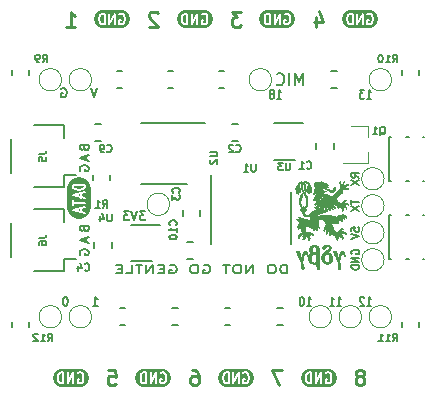
<source format=gbo>
G04 #@! TF.GenerationSoftware,KiCad,Pcbnew,(5.1.9)-1*
G04 #@! TF.CreationDate,2021-03-27T20:31:15-07:00*
G04 #@! TF.ProjectId,nibelung,6e696265-6c75-46e6-972e-6b696361645f,rev?*
G04 #@! TF.SameCoordinates,PX621abf0PY7065700*
G04 #@! TF.FileFunction,Legend,Bot*
G04 #@! TF.FilePolarity,Positive*
%FSLAX46Y46*%
G04 Gerber Fmt 4.6, Leading zero omitted, Abs format (unit mm)*
G04 Created by KiCad (PCBNEW (5.1.9)-1) date 2021-03-27 20:31:15*
%MOMM*%
%LPD*%
G01*
G04 APERTURE LIST*
%ADD10C,0.152400*%
%ADD11C,0.190500*%
%ADD12C,0.203200*%
%ADD13C,1.524000*%
%ADD14C,0.254000*%
%ADD15C,2.032000*%
%ADD16C,0.010000*%
%ADD17C,0.120000*%
%ADD18C,0.127000*%
%ADD19C,0.190500*%
G04 APERTURE END LIST*
%LPD*%
D10*
X23845761Y9901767D02*
X23845761Y10612967D01*
X23603857Y10612967D01*
X23458714Y10579100D01*
X23361952Y10511367D01*
X23313571Y10443634D01*
X23265190Y10308167D01*
X23265190Y10206567D01*
X23313571Y10071100D01*
X23361952Y10003367D01*
X23458714Y9935634D01*
X23603857Y9901767D01*
X23845761Y9901767D01*
X22636238Y10612967D02*
X22442714Y10612967D01*
X22345952Y10579100D01*
X22249190Y10511367D01*
X22200809Y10375900D01*
X22200809Y10138834D01*
X22249190Y10003367D01*
X22345952Y9935634D01*
X22442714Y9901767D01*
X22636238Y9901767D01*
X22733000Y9935634D01*
X22829761Y10003367D01*
X22878142Y10138834D01*
X22878142Y10375900D01*
X22829761Y10511367D01*
X22733000Y10579100D01*
X22636238Y10612967D01*
X20991285Y9901767D02*
X20991285Y10612967D01*
X20410714Y9901767D01*
X20410714Y10612967D01*
X19733380Y10612967D02*
X19539857Y10612967D01*
X19443095Y10579100D01*
X19346333Y10511367D01*
X19297952Y10375900D01*
X19297952Y10138834D01*
X19346333Y10003367D01*
X19443095Y9935634D01*
X19539857Y9901767D01*
X19733380Y9901767D01*
X19830142Y9935634D01*
X19926904Y10003367D01*
X19975285Y10138834D01*
X19975285Y10375900D01*
X19926904Y10511367D01*
X19830142Y10579100D01*
X19733380Y10612967D01*
X19007666Y10612967D02*
X18427095Y10612967D01*
X18717380Y9901767D02*
X18717380Y10612967D01*
X16782142Y10579100D02*
X16878904Y10612967D01*
X17024047Y10612967D01*
X17169190Y10579100D01*
X17265952Y10511367D01*
X17314333Y10443634D01*
X17362714Y10308167D01*
X17362714Y10206567D01*
X17314333Y10071100D01*
X17265952Y10003367D01*
X17169190Y9935634D01*
X17024047Y9901767D01*
X16927285Y9901767D01*
X16782142Y9935634D01*
X16733761Y9969500D01*
X16733761Y10206567D01*
X16927285Y10206567D01*
X16104809Y10612967D02*
X15911285Y10612967D01*
X15814523Y10579100D01*
X15717761Y10511367D01*
X15669380Y10375900D01*
X15669380Y10138834D01*
X15717761Y10003367D01*
X15814523Y9935634D01*
X15911285Y9901767D01*
X16104809Y9901767D01*
X16201571Y9935634D01*
X16298333Y10003367D01*
X16346714Y10138834D01*
X16346714Y10375900D01*
X16298333Y10511367D01*
X16201571Y10579100D01*
X16104809Y10612967D01*
X13927666Y10579100D02*
X14024428Y10612967D01*
X14169571Y10612967D01*
X14314714Y10579100D01*
X14411476Y10511367D01*
X14459857Y10443634D01*
X14508238Y10308167D01*
X14508238Y10206567D01*
X14459857Y10071100D01*
X14411476Y10003367D01*
X14314714Y9935634D01*
X14169571Y9901767D01*
X14072809Y9901767D01*
X13927666Y9935634D01*
X13879285Y9969500D01*
X13879285Y10206567D01*
X14072809Y10206567D01*
X13443857Y10274300D02*
X13105190Y10274300D01*
X12960047Y9901767D02*
X13443857Y9901767D01*
X13443857Y10612967D01*
X12960047Y10612967D01*
X12524619Y9901767D02*
X12524619Y10612967D01*
X11944047Y9901767D01*
X11944047Y10612967D01*
X11605380Y10612967D02*
X11024809Y10612967D01*
X11315095Y9901767D02*
X11315095Y10612967D01*
X10202333Y9901767D02*
X10686142Y9901767D01*
X10686142Y10612967D01*
X9863666Y10274300D02*
X9525000Y10274300D01*
X9379857Y9901767D02*
X9863666Y9901767D01*
X9863666Y10612967D01*
X9379857Y10612967D01*
X29337000Y11532810D02*
X29306761Y11593286D01*
X29306761Y11684000D01*
X29337000Y11774715D01*
X29397476Y11835191D01*
X29457952Y11865429D01*
X29578904Y11895667D01*
X29669619Y11895667D01*
X29790571Y11865429D01*
X29851047Y11835191D01*
X29911523Y11774715D01*
X29941761Y11684000D01*
X29941761Y11623524D01*
X29911523Y11532810D01*
X29881285Y11502572D01*
X29669619Y11502572D01*
X29669619Y11623524D01*
X29941761Y11230429D02*
X29306761Y11230429D01*
X29941761Y10867572D01*
X29306761Y10867572D01*
X29941761Y10565191D02*
X29306761Y10565191D01*
X29306761Y10414000D01*
X29337000Y10323286D01*
X29397476Y10262810D01*
X29457952Y10232572D01*
X29578904Y10202334D01*
X29669619Y10202334D01*
X29790571Y10232572D01*
X29851047Y10262810D01*
X29911523Y10323286D01*
X29941761Y10414000D01*
X29941761Y10565191D01*
X7402285Y7148286D02*
X7837714Y7148286D01*
X7620000Y7148286D02*
X7620000Y7910286D01*
X7692571Y7801429D01*
X7765142Y7728858D01*
X7837714Y7692572D01*
X5116285Y7910286D02*
X5043714Y7910286D01*
X4971142Y7874000D01*
X4934857Y7837715D01*
X4898571Y7765143D01*
X4862285Y7620000D01*
X4862285Y7438572D01*
X4898571Y7293429D01*
X4934857Y7220858D01*
X4971142Y7184572D01*
X5043714Y7148286D01*
X5116285Y7148286D01*
X5188857Y7184572D01*
X5225142Y7220858D01*
X5261428Y7293429D01*
X5297714Y7438572D01*
X5297714Y7620000D01*
X5261428Y7765143D01*
X5225142Y7837715D01*
X5188857Y7874000D01*
X5116285Y7910286D01*
X25520952Y7148286D02*
X25883809Y7148286D01*
X25702380Y7148286D02*
X25702380Y7910286D01*
X25762857Y7801429D01*
X25823333Y7728858D01*
X25883809Y7692572D01*
X25127857Y7910286D02*
X25067380Y7910286D01*
X25006904Y7874000D01*
X24976666Y7837715D01*
X24946428Y7765143D01*
X24916190Y7620000D01*
X24916190Y7438572D01*
X24946428Y7293429D01*
X24976666Y7220858D01*
X25006904Y7184572D01*
X25067380Y7148286D01*
X25127857Y7148286D01*
X25188333Y7184572D01*
X25218571Y7220858D01*
X25248809Y7293429D01*
X25279047Y7438572D01*
X25279047Y7620000D01*
X25248809Y7765143D01*
X25218571Y7837715D01*
X25188333Y7874000D01*
X25127857Y7910286D01*
X28060952Y7148286D02*
X28423809Y7148286D01*
X28242380Y7148286D02*
X28242380Y7910286D01*
X28302857Y7801429D01*
X28363333Y7728858D01*
X28423809Y7692572D01*
X27456190Y7148286D02*
X27819047Y7148286D01*
X27637619Y7148286D02*
X27637619Y7910286D01*
X27698095Y7801429D01*
X27758571Y7728858D01*
X27819047Y7692572D01*
X30600952Y7148286D02*
X30963809Y7148286D01*
X30782380Y7148286D02*
X30782380Y7910286D01*
X30842857Y7801429D01*
X30903333Y7728858D01*
X30963809Y7692572D01*
X30359047Y7837715D02*
X30328809Y7874000D01*
X30268333Y7910286D01*
X30117142Y7910286D01*
X30056666Y7874000D01*
X30026428Y7837715D01*
X29996190Y7765143D01*
X29996190Y7692572D01*
X30026428Y7583715D01*
X30389285Y7148286D01*
X29996190Y7148286D01*
X22980952Y24674286D02*
X23343809Y24674286D01*
X23162380Y24674286D02*
X23162380Y25436286D01*
X23222857Y25327429D01*
X23283333Y25254858D01*
X23343809Y25218572D01*
X22618095Y25109715D02*
X22678571Y25146000D01*
X22708809Y25182286D01*
X22739047Y25254858D01*
X22739047Y25291143D01*
X22708809Y25363715D01*
X22678571Y25400000D01*
X22618095Y25436286D01*
X22497142Y25436286D01*
X22436666Y25400000D01*
X22406428Y25363715D01*
X22376190Y25291143D01*
X22376190Y25254858D01*
X22406428Y25182286D01*
X22436666Y25146000D01*
X22497142Y25109715D01*
X22618095Y25109715D01*
X22678571Y25073429D01*
X22708809Y25037143D01*
X22739047Y24964572D01*
X22739047Y24819429D01*
X22708809Y24746858D01*
X22678571Y24710572D01*
X22618095Y24674286D01*
X22497142Y24674286D01*
X22436666Y24710572D01*
X22406428Y24746858D01*
X22376190Y24819429D01*
X22376190Y24964572D01*
X22406428Y25037143D01*
X22436666Y25073429D01*
X22497142Y25109715D01*
X30600952Y24674286D02*
X30963809Y24674286D01*
X30782380Y24674286D02*
X30782380Y25436286D01*
X30842857Y25327429D01*
X30903333Y25254858D01*
X30963809Y25218572D01*
X30389285Y25436286D02*
X29996190Y25436286D01*
X30207857Y25146000D01*
X30117142Y25146000D01*
X30056666Y25109715D01*
X30026428Y25073429D01*
X29996190Y25000858D01*
X29996190Y24819429D01*
X30026428Y24746858D01*
X30056666Y24710572D01*
X30117142Y24674286D01*
X30298571Y24674286D01*
X30359047Y24710572D01*
X30389285Y24746858D01*
D11*
X11865428Y15149286D02*
X11393714Y15149286D01*
X11647714Y14859000D01*
X11538857Y14859000D01*
X11466285Y14822715D01*
X11430000Y14786429D01*
X11393714Y14713858D01*
X11393714Y14532429D01*
X11430000Y14459858D01*
X11466285Y14423572D01*
X11538857Y14387286D01*
X11756571Y14387286D01*
X11829142Y14423572D01*
X11865428Y14459858D01*
X11176000Y15149286D02*
X10922000Y14387286D01*
X10668000Y15149286D01*
X10486571Y15149286D02*
X10014857Y15149286D01*
X10268857Y14859000D01*
X10160000Y14859000D01*
X10087428Y14822715D01*
X10051142Y14786429D01*
X10014857Y14713858D01*
X10014857Y14532429D01*
X10051142Y14459858D01*
X10087428Y14423572D01*
X10160000Y14387286D01*
X10377714Y14387286D01*
X10450285Y14423572D01*
X10486571Y14459858D01*
D10*
X29306761Y13455953D02*
X29306761Y13758334D01*
X29609142Y13788572D01*
X29578904Y13758334D01*
X29548666Y13697858D01*
X29548666Y13546667D01*
X29578904Y13486191D01*
X29609142Y13455953D01*
X29669619Y13425715D01*
X29820809Y13425715D01*
X29881285Y13455953D01*
X29911523Y13486191D01*
X29941761Y13546667D01*
X29941761Y13697858D01*
X29911523Y13758334D01*
X29881285Y13788572D01*
X29306761Y13244286D02*
X29941761Y13032620D01*
X29306761Y12820953D01*
X29306761Y16104810D02*
X29306761Y15741953D01*
X29941761Y15923381D02*
X29306761Y15923381D01*
X29306761Y15590762D02*
X29941761Y15167429D01*
X29306761Y15167429D02*
X29941761Y15590762D01*
X29941761Y18012834D02*
X29639380Y18224500D01*
X29941761Y18375691D02*
X29306761Y18375691D01*
X29306761Y18133786D01*
X29337000Y18073310D01*
X29367238Y18043072D01*
X29427714Y18012834D01*
X29518428Y18012834D01*
X29578904Y18043072D01*
X29609142Y18073310D01*
X29639380Y18133786D01*
X29639380Y18375691D01*
X29306761Y17801167D02*
X29941761Y17377834D01*
X29306761Y17377834D02*
X29941761Y17801167D01*
D12*
X25218571Y25829381D02*
X25218571Y26845381D01*
X24879904Y26119667D01*
X24541238Y26845381D01*
X24541238Y25829381D01*
X24057428Y25829381D02*
X24057428Y26845381D01*
X22993047Y25926143D02*
X23041428Y25877762D01*
X23186571Y25829381D01*
X23283333Y25829381D01*
X23428476Y25877762D01*
X23525238Y25974524D01*
X23573619Y26071286D01*
X23622000Y26264810D01*
X23622000Y26409953D01*
X23573619Y26603477D01*
X23525238Y26700239D01*
X23428476Y26797000D01*
X23283333Y26845381D01*
X23186571Y26845381D01*
X23041428Y26797000D01*
X22993047Y26748620D01*
D11*
X7747000Y25563286D02*
X7493000Y24801286D01*
X7239000Y25563286D01*
X4753428Y25527000D02*
X4826000Y25563286D01*
X4934857Y25563286D01*
X5043714Y25527000D01*
X5116285Y25454429D01*
X5152571Y25381858D01*
X5188857Y25236715D01*
X5188857Y25127858D01*
X5152571Y24982715D01*
X5116285Y24910143D01*
X5043714Y24837572D01*
X4934857Y24801286D01*
X4862285Y24801286D01*
X4753428Y24837572D01*
X4717142Y24873858D01*
X4717142Y25127858D01*
X4862285Y25127858D01*
D13*
X8280000Y31452500D02*
X9780000Y31452500D01*
X15280000Y31452500D02*
X16780000Y31452500D01*
X22280000Y31452500D02*
X23780000Y31452500D01*
X29280000Y31452500D02*
X30780000Y31452500D01*
X25780000Y1079500D02*
X27280000Y1079500D01*
X18780000Y1079500D02*
X20280000Y1079500D01*
X4780000Y1079500D02*
X6280000Y1079500D01*
X11780000Y1079500D02*
X13280000Y1079500D01*
D14*
X30150952Y1167191D02*
X30271904Y1227667D01*
X30332380Y1288143D01*
X30392857Y1409096D01*
X30392857Y1469572D01*
X30332380Y1590524D01*
X30271904Y1651000D01*
X30150952Y1711477D01*
X29909047Y1711477D01*
X29788095Y1651000D01*
X29727619Y1590524D01*
X29667142Y1469572D01*
X29667142Y1409096D01*
X29727619Y1288143D01*
X29788095Y1227667D01*
X29909047Y1167191D01*
X30150952Y1167191D01*
X30271904Y1106715D01*
X30332380Y1046239D01*
X30392857Y925286D01*
X30392857Y683381D01*
X30332380Y562429D01*
X30271904Y501953D01*
X30150952Y441477D01*
X29909047Y441477D01*
X29788095Y501953D01*
X29727619Y562429D01*
X29667142Y683381D01*
X29667142Y925286D01*
X29727619Y1046239D01*
X29788095Y1106715D01*
X29909047Y1167191D01*
X23453333Y1711477D02*
X22606666Y1711477D01*
X23150952Y441477D01*
X15788095Y1711477D02*
X16030000Y1711477D01*
X16150952Y1651000D01*
X16211428Y1590524D01*
X16332380Y1409096D01*
X16392857Y1167191D01*
X16392857Y683381D01*
X16332380Y562429D01*
X16271904Y501953D01*
X16150952Y441477D01*
X15909047Y441477D01*
X15788095Y501953D01*
X15727619Y562429D01*
X15667142Y683381D01*
X15667142Y985762D01*
X15727619Y1106715D01*
X15788095Y1167191D01*
X15909047Y1227667D01*
X16150952Y1227667D01*
X16271904Y1167191D01*
X16332380Y1106715D01*
X16392857Y985762D01*
X8714619Y1711477D02*
X9319380Y1711477D01*
X9379857Y1106715D01*
X9319380Y1167191D01*
X9198428Y1227667D01*
X8896047Y1227667D01*
X8775095Y1167191D01*
X8714619Y1106715D01*
X8654142Y985762D01*
X8654142Y683381D01*
X8714619Y562429D01*
X8775095Y501953D01*
X8896047Y441477D01*
X9198428Y441477D01*
X9319380Y501953D01*
X9379857Y562429D01*
X26288095Y31641143D02*
X26288095Y30794477D01*
X26590476Y32124953D02*
X26892857Y31217810D01*
X26106666Y31217810D01*
X12892857Y31943524D02*
X12832380Y32004000D01*
X12711428Y32064477D01*
X12409047Y32064477D01*
X12288095Y32004000D01*
X12227619Y31943524D01*
X12167142Y31822572D01*
X12167142Y31701620D01*
X12227619Y31520191D01*
X12953333Y30794477D01*
X12167142Y30794477D01*
X5167142Y30794477D02*
X5892857Y30794477D01*
X5530000Y30794477D02*
X5530000Y32064477D01*
X5650952Y31883048D01*
X5771904Y31762096D01*
X5892857Y31701620D01*
X19953333Y32064477D02*
X19167142Y32064477D01*
X19590476Y31580667D01*
X19409047Y31580667D01*
X19288095Y31520191D01*
X19227619Y31459715D01*
X19167142Y31338762D01*
X19167142Y31036381D01*
X19227619Y30915429D01*
X19288095Y30854953D01*
X19409047Y30794477D01*
X19771904Y30794477D01*
X19892857Y30854953D01*
X19953333Y30915429D01*
D11*
X6858000Y19866429D02*
X6858000Y19503572D01*
X7075714Y19939000D02*
X6313714Y19685000D01*
X7075714Y19431000D01*
D15*
X6223000Y17018000D02*
X6223000Y15494000D01*
D11*
X6676571Y13661572D02*
X6712857Y13552715D01*
X6749142Y13516429D01*
X6821714Y13480143D01*
X6930571Y13480143D01*
X7003142Y13516429D01*
X7039428Y13552715D01*
X7075714Y13625286D01*
X7075714Y13915572D01*
X6313714Y13915572D01*
X6313714Y13661572D01*
X6350000Y13589000D01*
X6386285Y13552715D01*
X6458857Y13516429D01*
X6531428Y13516429D01*
X6604000Y13552715D01*
X6640285Y13589000D01*
X6676571Y13661572D01*
X6676571Y13915572D01*
X6350000Y11484429D02*
X6313714Y11557000D01*
X6313714Y11665858D01*
X6350000Y11774715D01*
X6422571Y11847286D01*
X6495142Y11883572D01*
X6640285Y11919858D01*
X6749142Y11919858D01*
X6894285Y11883572D01*
X6966857Y11847286D01*
X7039428Y11774715D01*
X7075714Y11665858D01*
X7075714Y11593286D01*
X7039428Y11484429D01*
X7003142Y11448143D01*
X6749142Y11448143D01*
X6749142Y11593286D01*
X6858000Y12881429D02*
X6858000Y12518572D01*
X7075714Y12954000D02*
X6313714Y12700000D01*
X7075714Y12446000D01*
X6676571Y20519572D02*
X6712857Y20410715D01*
X6749142Y20374429D01*
X6821714Y20338143D01*
X6930571Y20338143D01*
X7003142Y20374429D01*
X7039428Y20410715D01*
X7075714Y20483286D01*
X7075714Y20773572D01*
X6313714Y20773572D01*
X6313714Y20519572D01*
X6350000Y20447000D01*
X6386285Y20410715D01*
X6458857Y20374429D01*
X6531428Y20374429D01*
X6604000Y20410715D01*
X6640285Y20447000D01*
X6676571Y20519572D01*
X6676571Y20773572D01*
X6350000Y18596429D02*
X6313714Y18669000D01*
X6313714Y18777858D01*
X6350000Y18886715D01*
X6422571Y18959286D01*
X6495142Y18995572D01*
X6640285Y19031858D01*
X6749142Y19031858D01*
X6894285Y18995572D01*
X6966857Y18959286D01*
X7039428Y18886715D01*
X7075714Y18777858D01*
X7075714Y18705286D01*
X7039428Y18596429D01*
X7003142Y18560143D01*
X6749142Y18560143D01*
X6749142Y18705286D01*
D16*
G36*
X28479727Y11770189D02*
G01*
X28435086Y11762405D01*
X28395636Y11745172D01*
X28360934Y11718157D01*
X28330539Y11681028D01*
X28307167Y11640061D01*
X28292243Y11606028D01*
X28278008Y11566162D01*
X28264264Y11519627D01*
X28250811Y11465588D01*
X28237449Y11403207D01*
X28223978Y11331651D01*
X28210198Y11250083D01*
X28203012Y11204525D01*
X28197506Y11169951D01*
X28192394Y11139863D01*
X28187964Y11115787D01*
X28184502Y11099253D01*
X28182295Y11091788D01*
X28181851Y11091636D01*
X28179811Y11097889D01*
X28174952Y11114033D01*
X28167552Y11139101D01*
X28157892Y11172130D01*
X28146254Y11212155D01*
X28132917Y11258210D01*
X28118163Y11309332D01*
X28102271Y11364555D01*
X28086728Y11418711D01*
X28069908Y11477067D01*
X28053800Y11532345D01*
X28038700Y11583560D01*
X28024908Y11629728D01*
X28012722Y11669867D01*
X28002440Y11702991D01*
X27994362Y11728117D01*
X27988785Y11744262D01*
X27986132Y11750322D01*
X27982194Y11753736D01*
X27975947Y11756269D01*
X27965835Y11758048D01*
X27950301Y11759203D01*
X27927787Y11759860D01*
X27896737Y11760148D01*
X27866151Y11760200D01*
X27826869Y11760076D01*
X27797363Y11759628D01*
X27776120Y11758746D01*
X27761629Y11757319D01*
X27752378Y11755235D01*
X27746855Y11752382D01*
X27745670Y11751330D01*
X27738609Y11743028D01*
X27736800Y11739329D01*
X27739136Y11733919D01*
X27745844Y11719264D01*
X27756472Y11696323D01*
X27770568Y11666058D01*
X27787681Y11629430D01*
X27807357Y11587398D01*
X27829147Y11540925D01*
X27852598Y11490971D01*
X27877258Y11438496D01*
X27902675Y11384462D01*
X27928399Y11329829D01*
X27953976Y11275557D01*
X27978955Y11222608D01*
X28002885Y11171943D01*
X28025314Y11124522D01*
X28045790Y11081306D01*
X28063861Y11043255D01*
X28079075Y11011331D01*
X28081304Y11006667D01*
X28096265Y10975282D01*
X28112169Y10941748D01*
X28126986Y10910359D01*
X28137410Y10888133D01*
X28161123Y10837333D01*
X28154208Y10741378D01*
X28150112Y10666405D01*
X28148812Y10595457D01*
X28150225Y10529668D01*
X28154268Y10470168D01*
X28160857Y10418090D01*
X28169909Y10374567D01*
X28181342Y10340730D01*
X28184029Y10334978D01*
X28204465Y10302966D01*
X28228810Y10280245D01*
X28255998Y10267299D01*
X28284962Y10264611D01*
X28314636Y10272663D01*
X28318065Y10274309D01*
X28340565Y10290935D01*
X28357141Y10315511D01*
X28367954Y10348536D01*
X28373164Y10390514D01*
X28372932Y10441944D01*
X28372765Y10445044D01*
X28365638Y10508475D01*
X28350965Y10577310D01*
X28328558Y10652229D01*
X28298228Y10733910D01*
X28281280Y10774605D01*
X28275213Y10788679D01*
X28270308Y10800873D01*
X28266643Y10812379D01*
X28264298Y10824392D01*
X28263351Y10838105D01*
X28263881Y10854711D01*
X28265966Y10875404D01*
X28269686Y10901378D01*
X28275120Y10933825D01*
X28282345Y10973940D01*
X28291442Y11022916D01*
X28301078Y11074400D01*
X28318154Y11163124D01*
X28334271Y11241253D01*
X28349635Y11309420D01*
X28364451Y11368261D01*
X28378926Y11418408D01*
X28393265Y11460494D01*
X28407674Y11495155D01*
X28422360Y11523023D01*
X28437528Y11544732D01*
X28453383Y11560916D01*
X28461075Y11566755D01*
X28490025Y11580106D01*
X28521560Y11583786D01*
X28552994Y11578103D01*
X28581638Y11563367D01*
X28595466Y11551268D01*
X28613319Y11527245D01*
X28626842Y11496534D01*
X28636711Y11457394D01*
X28640210Y11436081D01*
X28643873Y11415376D01*
X28648111Y11398648D01*
X28652007Y11389517D01*
X28652009Y11389514D01*
X28661949Y11384530D01*
X28677973Y11382327D01*
X28695209Y11382964D01*
X28708785Y11386497D01*
X28712160Y11388795D01*
X28716887Y11399948D01*
X28719175Y11420019D01*
X28719204Y11446945D01*
X28717156Y11478664D01*
X28713208Y11513113D01*
X28707543Y11548230D01*
X28700339Y11581950D01*
X28692989Y11608456D01*
X28672557Y11658106D01*
X28645602Y11699278D01*
X28612701Y11731535D01*
X28574429Y11754439D01*
X28531364Y11767553D01*
X28484081Y11770440D01*
X28479727Y11770189D01*
G37*
X28479727Y11770189D02*
X28435086Y11762405D01*
X28395636Y11745172D01*
X28360934Y11718157D01*
X28330539Y11681028D01*
X28307167Y11640061D01*
X28292243Y11606028D01*
X28278008Y11566162D01*
X28264264Y11519627D01*
X28250811Y11465588D01*
X28237449Y11403207D01*
X28223978Y11331651D01*
X28210198Y11250083D01*
X28203012Y11204525D01*
X28197506Y11169951D01*
X28192394Y11139863D01*
X28187964Y11115787D01*
X28184502Y11099253D01*
X28182295Y11091788D01*
X28181851Y11091636D01*
X28179811Y11097889D01*
X28174952Y11114033D01*
X28167552Y11139101D01*
X28157892Y11172130D01*
X28146254Y11212155D01*
X28132917Y11258210D01*
X28118163Y11309332D01*
X28102271Y11364555D01*
X28086728Y11418711D01*
X28069908Y11477067D01*
X28053800Y11532345D01*
X28038700Y11583560D01*
X28024908Y11629728D01*
X28012722Y11669867D01*
X28002440Y11702991D01*
X27994362Y11728117D01*
X27988785Y11744262D01*
X27986132Y11750322D01*
X27982194Y11753736D01*
X27975947Y11756269D01*
X27965835Y11758048D01*
X27950301Y11759203D01*
X27927787Y11759860D01*
X27896737Y11760148D01*
X27866151Y11760200D01*
X27826869Y11760076D01*
X27797363Y11759628D01*
X27776120Y11758746D01*
X27761629Y11757319D01*
X27752378Y11755235D01*
X27746855Y11752382D01*
X27745670Y11751330D01*
X27738609Y11743028D01*
X27736800Y11739329D01*
X27739136Y11733919D01*
X27745844Y11719264D01*
X27756472Y11696323D01*
X27770568Y11666058D01*
X27787681Y11629430D01*
X27807357Y11587398D01*
X27829147Y11540925D01*
X27852598Y11490971D01*
X27877258Y11438496D01*
X27902675Y11384462D01*
X27928399Y11329829D01*
X27953976Y11275557D01*
X27978955Y11222608D01*
X28002885Y11171943D01*
X28025314Y11124522D01*
X28045790Y11081306D01*
X28063861Y11043255D01*
X28079075Y11011331D01*
X28081304Y11006667D01*
X28096265Y10975282D01*
X28112169Y10941748D01*
X28126986Y10910359D01*
X28137410Y10888133D01*
X28161123Y10837333D01*
X28154208Y10741378D01*
X28150112Y10666405D01*
X28148812Y10595457D01*
X28150225Y10529668D01*
X28154268Y10470168D01*
X28160857Y10418090D01*
X28169909Y10374567D01*
X28181342Y10340730D01*
X28184029Y10334978D01*
X28204465Y10302966D01*
X28228810Y10280245D01*
X28255998Y10267299D01*
X28284962Y10264611D01*
X28314636Y10272663D01*
X28318065Y10274309D01*
X28340565Y10290935D01*
X28357141Y10315511D01*
X28367954Y10348536D01*
X28373164Y10390514D01*
X28372932Y10441944D01*
X28372765Y10445044D01*
X28365638Y10508475D01*
X28350965Y10577310D01*
X28328558Y10652229D01*
X28298228Y10733910D01*
X28281280Y10774605D01*
X28275213Y10788679D01*
X28270308Y10800873D01*
X28266643Y10812379D01*
X28264298Y10824392D01*
X28263351Y10838105D01*
X28263881Y10854711D01*
X28265966Y10875404D01*
X28269686Y10901378D01*
X28275120Y10933825D01*
X28282345Y10973940D01*
X28291442Y11022916D01*
X28301078Y11074400D01*
X28318154Y11163124D01*
X28334271Y11241253D01*
X28349635Y11309420D01*
X28364451Y11368261D01*
X28378926Y11418408D01*
X28393265Y11460494D01*
X28407674Y11495155D01*
X28422360Y11523023D01*
X28437528Y11544732D01*
X28453383Y11560916D01*
X28461075Y11566755D01*
X28490025Y11580106D01*
X28521560Y11583786D01*
X28552994Y11578103D01*
X28581638Y11563367D01*
X28595466Y11551268D01*
X28613319Y11527245D01*
X28626842Y11496534D01*
X28636711Y11457394D01*
X28640210Y11436081D01*
X28643873Y11415376D01*
X28648111Y11398648D01*
X28652007Y11389517D01*
X28652009Y11389514D01*
X28661949Y11384530D01*
X28677973Y11382327D01*
X28695209Y11382964D01*
X28708785Y11386497D01*
X28712160Y11388795D01*
X28716887Y11399948D01*
X28719175Y11420019D01*
X28719204Y11446945D01*
X28717156Y11478664D01*
X28713208Y11513113D01*
X28707543Y11548230D01*
X28700339Y11581950D01*
X28692989Y11608456D01*
X28672557Y11658106D01*
X28645602Y11699278D01*
X28612701Y11731535D01*
X28574429Y11754439D01*
X28531364Y11767553D01*
X28484081Y11770440D01*
X28479727Y11770189D01*
G36*
X25326735Y11766392D02*
G01*
X25294745Y11759113D01*
X25266943Y11745447D01*
X25240105Y11724098D01*
X25229433Y11713644D01*
X25212298Y11693995D01*
X25196368Y11670944D01*
X25181440Y11643767D01*
X25167311Y11611735D01*
X25153778Y11574123D01*
X25140637Y11530205D01*
X25127687Y11479253D01*
X25114723Y11420543D01*
X25101542Y11353347D01*
X25087943Y11276938D01*
X25073720Y11190592D01*
X25061764Y11113911D01*
X25058770Y11099509D01*
X25055715Y11093033D01*
X25053997Y11094155D01*
X25051627Y11101515D01*
X25046557Y11118338D01*
X25039193Y11143236D01*
X25029944Y11174822D01*
X25019216Y11211705D01*
X25007418Y11252499D01*
X25001812Y11271955D01*
X24989259Y11315417D01*
X24977221Y11356800D01*
X24966181Y11394467D01*
X24956622Y11426778D01*
X24949027Y11452096D01*
X24943880Y11468782D01*
X24942728Y11472333D01*
X24935842Y11494124D01*
X24927911Y11520895D01*
X24920966Y11545711D01*
X24906463Y11599264D01*
X24894481Y11642871D01*
X24884722Y11677514D01*
X24876889Y11704180D01*
X24870687Y11723852D01*
X24865818Y11737515D01*
X24861985Y11746153D01*
X24859284Y11750322D01*
X24855270Y11753744D01*
X24848947Y11756280D01*
X24838752Y11758060D01*
X24823120Y11759212D01*
X24800491Y11759866D01*
X24769299Y11760151D01*
X24739600Y11760200D01*
X24701141Y11760115D01*
X24672384Y11759769D01*
X24651746Y11759027D01*
X24637641Y11757752D01*
X24628483Y11755809D01*
X24622688Y11753061D01*
X24619105Y11749861D01*
X24616825Y11746585D01*
X24615827Y11742190D01*
X24616529Y11735610D01*
X24619352Y11725783D01*
X24624716Y11711642D01*
X24633041Y11692126D01*
X24644748Y11666168D01*
X24660256Y11632705D01*
X24679986Y11590672D01*
X24692086Y11565006D01*
X24713066Y11520564D01*
X24733849Y11476588D01*
X24753600Y11434839D01*
X24771486Y11397080D01*
X24786671Y11365072D01*
X24798322Y11340577D01*
X24802790Y11331222D01*
X24816537Y11302138D01*
X24830719Y11271534D01*
X24843300Y11243828D01*
X24849588Y11229622D01*
X24859327Y11207843D01*
X24872351Y11179532D01*
X24886983Y11148297D01*
X24901547Y11117748D01*
X24902036Y11116733D01*
X24915765Y11088108D01*
X24932735Y11052495D01*
X24951408Y11013136D01*
X24970246Y10973270D01*
X24985077Y10941755D01*
X25034101Y10837333D01*
X25027217Y10741378D01*
X25024420Y10690829D01*
X25022976Y10637950D01*
X25022830Y10584888D01*
X25023927Y10533790D01*
X25026213Y10486804D01*
X25029632Y10446079D01*
X25034129Y10413761D01*
X25035790Y10405533D01*
X25049916Y10356871D01*
X25068210Y10318673D01*
X25090704Y10290897D01*
X25117430Y10273503D01*
X25143545Y10266846D01*
X25164590Y10266247D01*
X25181624Y10270674D01*
X25193962Y10277037D01*
X25214478Y10292541D01*
X25229222Y10312711D01*
X25239004Y10339352D01*
X25244633Y10374269D01*
X25246022Y10393054D01*
X25245003Y10456569D01*
X25235317Y10525992D01*
X25216900Y10601616D01*
X25189686Y10683731D01*
X25170480Y10732903D01*
X25159054Y10761321D01*
X25149084Y10787158D01*
X25141443Y10808077D01*
X25137002Y10821739D01*
X25136369Y10824355D01*
X25136017Y10836599D01*
X25137487Y10856490D01*
X25140480Y10880589D01*
X25142276Y10892088D01*
X25146645Y10918698D01*
X25150721Y10944303D01*
X25153829Y10964632D01*
X25154600Y10969978D01*
X25158675Y10996173D01*
X25164664Y11030885D01*
X25172088Y11071656D01*
X25180469Y11116029D01*
X25189329Y11161548D01*
X25198189Y11205754D01*
X25206572Y11246192D01*
X25214000Y11280405D01*
X25219965Y11305822D01*
X25237693Y11372230D01*
X25254987Y11428089D01*
X25272164Y11474114D01*
X25289542Y11511020D01*
X25307438Y11539522D01*
X25326169Y11560334D01*
X25336461Y11568436D01*
X25352076Y11577108D01*
X25369190Y11581331D01*
X25391120Y11582371D01*
X25423418Y11578652D01*
X25450388Y11567153D01*
X25472495Y11547272D01*
X25490200Y11518411D01*
X25503966Y11479966D01*
X25514256Y11431339D01*
X25515942Y11420304D01*
X25522458Y11398639D01*
X25534935Y11386179D01*
X25554292Y11382028D01*
X25555222Y11382022D01*
X25570384Y11383191D01*
X25580878Y11387768D01*
X25587358Y11397356D01*
X25590475Y11413559D01*
X25590883Y11437982D01*
X25589585Y11466440D01*
X25581990Y11537723D01*
X25568174Y11599703D01*
X25548155Y11652347D01*
X25521947Y11695619D01*
X25489569Y11729485D01*
X25451036Y11753911D01*
X25450800Y11754023D01*
X25433846Y11761244D01*
X25417982Y11765641D01*
X25399425Y11767865D01*
X25374392Y11768566D01*
X25366133Y11768579D01*
X25326735Y11766392D01*
G37*
X25326735Y11766392D02*
X25294745Y11759113D01*
X25266943Y11745447D01*
X25240105Y11724098D01*
X25229433Y11713644D01*
X25212298Y11693995D01*
X25196368Y11670944D01*
X25181440Y11643767D01*
X25167311Y11611735D01*
X25153778Y11574123D01*
X25140637Y11530205D01*
X25127687Y11479253D01*
X25114723Y11420543D01*
X25101542Y11353347D01*
X25087943Y11276938D01*
X25073720Y11190592D01*
X25061764Y11113911D01*
X25058770Y11099509D01*
X25055715Y11093033D01*
X25053997Y11094155D01*
X25051627Y11101515D01*
X25046557Y11118338D01*
X25039193Y11143236D01*
X25029944Y11174822D01*
X25019216Y11211705D01*
X25007418Y11252499D01*
X25001812Y11271955D01*
X24989259Y11315417D01*
X24977221Y11356800D01*
X24966181Y11394467D01*
X24956622Y11426778D01*
X24949027Y11452096D01*
X24943880Y11468782D01*
X24942728Y11472333D01*
X24935842Y11494124D01*
X24927911Y11520895D01*
X24920966Y11545711D01*
X24906463Y11599264D01*
X24894481Y11642871D01*
X24884722Y11677514D01*
X24876889Y11704180D01*
X24870687Y11723852D01*
X24865818Y11737515D01*
X24861985Y11746153D01*
X24859284Y11750322D01*
X24855270Y11753744D01*
X24848947Y11756280D01*
X24838752Y11758060D01*
X24823120Y11759212D01*
X24800491Y11759866D01*
X24769299Y11760151D01*
X24739600Y11760200D01*
X24701141Y11760115D01*
X24672384Y11759769D01*
X24651746Y11759027D01*
X24637641Y11757752D01*
X24628483Y11755809D01*
X24622688Y11753061D01*
X24619105Y11749861D01*
X24616825Y11746585D01*
X24615827Y11742190D01*
X24616529Y11735610D01*
X24619352Y11725783D01*
X24624716Y11711642D01*
X24633041Y11692126D01*
X24644748Y11666168D01*
X24660256Y11632705D01*
X24679986Y11590672D01*
X24692086Y11565006D01*
X24713066Y11520564D01*
X24733849Y11476588D01*
X24753600Y11434839D01*
X24771486Y11397080D01*
X24786671Y11365072D01*
X24798322Y11340577D01*
X24802790Y11331222D01*
X24816537Y11302138D01*
X24830719Y11271534D01*
X24843300Y11243828D01*
X24849588Y11229622D01*
X24859327Y11207843D01*
X24872351Y11179532D01*
X24886983Y11148297D01*
X24901547Y11117748D01*
X24902036Y11116733D01*
X24915765Y11088108D01*
X24932735Y11052495D01*
X24951408Y11013136D01*
X24970246Y10973270D01*
X24985077Y10941755D01*
X25034101Y10837333D01*
X25027217Y10741378D01*
X25024420Y10690829D01*
X25022976Y10637950D01*
X25022830Y10584888D01*
X25023927Y10533790D01*
X25026213Y10486804D01*
X25029632Y10446079D01*
X25034129Y10413761D01*
X25035790Y10405533D01*
X25049916Y10356871D01*
X25068210Y10318673D01*
X25090704Y10290897D01*
X25117430Y10273503D01*
X25143545Y10266846D01*
X25164590Y10266247D01*
X25181624Y10270674D01*
X25193962Y10277037D01*
X25214478Y10292541D01*
X25229222Y10312711D01*
X25239004Y10339352D01*
X25244633Y10374269D01*
X25246022Y10393054D01*
X25245003Y10456569D01*
X25235317Y10525992D01*
X25216900Y10601616D01*
X25189686Y10683731D01*
X25170480Y10732903D01*
X25159054Y10761321D01*
X25149084Y10787158D01*
X25141443Y10808077D01*
X25137002Y10821739D01*
X25136369Y10824355D01*
X25136017Y10836599D01*
X25137487Y10856490D01*
X25140480Y10880589D01*
X25142276Y10892088D01*
X25146645Y10918698D01*
X25150721Y10944303D01*
X25153829Y10964632D01*
X25154600Y10969978D01*
X25158675Y10996173D01*
X25164664Y11030885D01*
X25172088Y11071656D01*
X25180469Y11116029D01*
X25189329Y11161548D01*
X25198189Y11205754D01*
X25206572Y11246192D01*
X25214000Y11280405D01*
X25219965Y11305822D01*
X25237693Y11372230D01*
X25254987Y11428089D01*
X25272164Y11474114D01*
X25289542Y11511020D01*
X25307438Y11539522D01*
X25326169Y11560334D01*
X25336461Y11568436D01*
X25352076Y11577108D01*
X25369190Y11581331D01*
X25391120Y11582371D01*
X25423418Y11578652D01*
X25450388Y11567153D01*
X25472495Y11547272D01*
X25490200Y11518411D01*
X25503966Y11479966D01*
X25514256Y11431339D01*
X25515942Y11420304D01*
X25522458Y11398639D01*
X25534935Y11386179D01*
X25554292Y11382028D01*
X25555222Y11382022D01*
X25570384Y11383191D01*
X25580878Y11387768D01*
X25587358Y11397356D01*
X25590475Y11413559D01*
X25590883Y11437982D01*
X25589585Y11466440D01*
X25581990Y11537723D01*
X25568174Y11599703D01*
X25548155Y11652347D01*
X25521947Y11695619D01*
X25489569Y11729485D01*
X25451036Y11753911D01*
X25450800Y11754023D01*
X25433846Y11761244D01*
X25417982Y11765641D01*
X25399425Y11767865D01*
X25374392Y11768566D01*
X25366133Y11768579D01*
X25326735Y11766392D01*
G36*
X26055731Y12296743D02*
G01*
X25984217Y12281197D01*
X25917321Y12255351D01*
X25855039Y12219204D01*
X25848438Y12214577D01*
X25803433Y12176652D01*
X25768088Y12133775D01*
X25742184Y12085453D01*
X25725500Y12031193D01*
X25717818Y11970501D01*
X25717804Y11921061D01*
X25724333Y11860832D01*
X25738606Y11806951D01*
X25761510Y11757461D01*
X25793931Y11710405D01*
X25832517Y11667988D01*
X25849918Y11650335D01*
X25863547Y11635700D01*
X25871870Y11625785D01*
X25873644Y11622363D01*
X25868120Y11618362D01*
X25855423Y11609742D01*
X25837838Y11598043D01*
X25828915Y11592170D01*
X25781969Y11558420D01*
X25743920Y11524167D01*
X25712495Y11487258D01*
X25701190Y11471148D01*
X25668112Y11411438D01*
X25644642Y11347197D01*
X25630710Y11279709D01*
X25626248Y11210255D01*
X25631187Y11140120D01*
X25645457Y11070584D01*
X25668988Y11002931D01*
X25701712Y10938444D01*
X25732423Y10892691D01*
X25779595Y10837904D01*
X25831263Y10793311D01*
X25887793Y10758737D01*
X25949549Y10734012D01*
X26016897Y10718963D01*
X26090201Y10713417D01*
X26111901Y10713545D01*
X26170380Y10718835D01*
X26224866Y10731603D01*
X26273505Y10751246D01*
X26314437Y10777158D01*
X26319203Y10781047D01*
X26336978Y10796003D01*
X26337262Y10678379D01*
X26337464Y10631787D01*
X26337916Y10593874D01*
X26338764Y10562035D01*
X26340154Y10533660D01*
X26342232Y10506143D01*
X26345143Y10476875D01*
X26349035Y10443248D01*
X26351582Y10422467D01*
X26358658Y10371809D01*
X26366023Y10331557D01*
X26373618Y10301954D01*
X26381386Y10283243D01*
X26386386Y10277122D01*
X26395017Y10274052D01*
X26412229Y10271896D01*
X26438864Y10270592D01*
X26475764Y10270079D01*
X26483937Y10270067D01*
X26517674Y10270175D01*
X26541964Y10270639D01*
X26558648Y10271669D01*
X26569565Y10273472D01*
X26576559Y10276257D01*
X26581468Y10280234D01*
X26582403Y10281236D01*
X26588464Y10289984D01*
X26589605Y10300080D01*
X26586320Y10316097D01*
X26586211Y10316514D01*
X26579727Y10345424D01*
X26573037Y10382456D01*
X26566629Y10424465D01*
X26560988Y10468305D01*
X26557233Y10503880D01*
X26556327Y10519474D01*
X26555486Y10545889D01*
X26554714Y10582657D01*
X26554015Y10629311D01*
X26553393Y10685384D01*
X26552850Y10750407D01*
X26552392Y10823914D01*
X26552021Y10905436D01*
X26551925Y10936315D01*
X26337660Y10936315D01*
X26320562Y10911463D01*
X26291364Y10877807D01*
X26254616Y10849008D01*
X26213802Y10827526D01*
X26190621Y10819651D01*
X26156540Y10813792D01*
X26117339Y10812250D01*
X26077884Y10814900D01*
X26043042Y10821613D01*
X26036233Y10823704D01*
X25991444Y10844490D01*
X25952793Y10874713D01*
X25920329Y10914303D01*
X25894105Y10963190D01*
X25874170Y11021303D01*
X25865390Y11059831D01*
X25859715Y11103119D01*
X25857513Y11152743D01*
X25858831Y11204279D01*
X25863306Y11250380D01*
X25873663Y11303162D01*
X25889996Y11358898D01*
X25911041Y11414450D01*
X25935538Y11466680D01*
X25962225Y11512450D01*
X25977046Y11533301D01*
X25990062Y11549461D01*
X25999305Y11558168D01*
X26007474Y11561215D01*
X26017271Y11560397D01*
X26017716Y11560312D01*
X26041842Y11556888D01*
X26071170Y11554480D01*
X26102511Y11553156D01*
X26132679Y11552986D01*
X26158484Y11554038D01*
X26176740Y11556382D01*
X26178592Y11556838D01*
X26205167Y11568300D01*
X26225622Y11585562D01*
X26238073Y11606612D01*
X26241022Y11623408D01*
X26236283Y11648204D01*
X26221836Y11667780D01*
X26197340Y11682570D01*
X26192860Y11684370D01*
X26177607Y11689116D01*
X26160976Y11691555D01*
X26139623Y11691949D01*
X26112488Y11690706D01*
X26084588Y11688301D01*
X26057159Y11684783D01*
X26034701Y11680768D01*
X26028093Y11679154D01*
X25998608Y11670989D01*
X25980854Y11708539D01*
X25960291Y11761473D01*
X25945302Y11819962D01*
X25936227Y11880987D01*
X25933403Y11941526D01*
X25937168Y11998558D01*
X25944210Y12035999D01*
X25958242Y12075753D01*
X25978832Y12112842D01*
X26004014Y12144233D01*
X26026927Y12163740D01*
X26064168Y12182603D01*
X26104508Y12191802D01*
X26146135Y12191838D01*
X26187235Y12183211D01*
X26225995Y12166421D01*
X26260604Y12141969D01*
X26289246Y12110354D01*
X26303142Y12087517D01*
X26308033Y12077832D01*
X26312363Y12068618D01*
X26316170Y12059157D01*
X26319490Y12048731D01*
X26322362Y12036622D01*
X26324822Y12022112D01*
X26326907Y12004482D01*
X26328655Y11983015D01*
X26330102Y11956992D01*
X26331285Y11925695D01*
X26332243Y11888407D01*
X26333012Y11844409D01*
X26333629Y11792984D01*
X26334131Y11733412D01*
X26334556Y11664976D01*
X26334940Y11586958D01*
X26335321Y11498640D01*
X26335471Y11462557D01*
X26337660Y10936315D01*
X26551925Y10936315D01*
X26551742Y10994506D01*
X26551558Y11090656D01*
X26551473Y11193419D01*
X26551467Y11229339D01*
X26551414Y11340747D01*
X26551259Y11443650D01*
X26551004Y11537768D01*
X26550649Y11622823D01*
X26550199Y11698537D01*
X26549655Y11764631D01*
X26549020Y11820826D01*
X26548295Y11866844D01*
X26547484Y11902407D01*
X26546588Y11927236D01*
X26545619Y11940970D01*
X26535181Y12003813D01*
X26519958Y12057847D01*
X26499213Y12104802D01*
X26472206Y12146406D01*
X26444222Y12178401D01*
X26395243Y12221856D01*
X26343122Y12255453D01*
X26286726Y12279640D01*
X26224926Y12294864D01*
X26156592Y12301572D01*
X26131870Y12301992D01*
X26055731Y12296743D01*
G37*
X26055731Y12296743D02*
X25984217Y12281197D01*
X25917321Y12255351D01*
X25855039Y12219204D01*
X25848438Y12214577D01*
X25803433Y12176652D01*
X25768088Y12133775D01*
X25742184Y12085453D01*
X25725500Y12031193D01*
X25717818Y11970501D01*
X25717804Y11921061D01*
X25724333Y11860832D01*
X25738606Y11806951D01*
X25761510Y11757461D01*
X25793931Y11710405D01*
X25832517Y11667988D01*
X25849918Y11650335D01*
X25863547Y11635700D01*
X25871870Y11625785D01*
X25873644Y11622363D01*
X25868120Y11618362D01*
X25855423Y11609742D01*
X25837838Y11598043D01*
X25828915Y11592170D01*
X25781969Y11558420D01*
X25743920Y11524167D01*
X25712495Y11487258D01*
X25701190Y11471148D01*
X25668112Y11411438D01*
X25644642Y11347197D01*
X25630710Y11279709D01*
X25626248Y11210255D01*
X25631187Y11140120D01*
X25645457Y11070584D01*
X25668988Y11002931D01*
X25701712Y10938444D01*
X25732423Y10892691D01*
X25779595Y10837904D01*
X25831263Y10793311D01*
X25887793Y10758737D01*
X25949549Y10734012D01*
X26016897Y10718963D01*
X26090201Y10713417D01*
X26111901Y10713545D01*
X26170380Y10718835D01*
X26224866Y10731603D01*
X26273505Y10751246D01*
X26314437Y10777158D01*
X26319203Y10781047D01*
X26336978Y10796003D01*
X26337262Y10678379D01*
X26337464Y10631787D01*
X26337916Y10593874D01*
X26338764Y10562035D01*
X26340154Y10533660D01*
X26342232Y10506143D01*
X26345143Y10476875D01*
X26349035Y10443248D01*
X26351582Y10422467D01*
X26358658Y10371809D01*
X26366023Y10331557D01*
X26373618Y10301954D01*
X26381386Y10283243D01*
X26386386Y10277122D01*
X26395017Y10274052D01*
X26412229Y10271896D01*
X26438864Y10270592D01*
X26475764Y10270079D01*
X26483937Y10270067D01*
X26517674Y10270175D01*
X26541964Y10270639D01*
X26558648Y10271669D01*
X26569565Y10273472D01*
X26576559Y10276257D01*
X26581468Y10280234D01*
X26582403Y10281236D01*
X26588464Y10289984D01*
X26589605Y10300080D01*
X26586320Y10316097D01*
X26586211Y10316514D01*
X26579727Y10345424D01*
X26573037Y10382456D01*
X26566629Y10424465D01*
X26560988Y10468305D01*
X26557233Y10503880D01*
X26556327Y10519474D01*
X26555486Y10545889D01*
X26554714Y10582657D01*
X26554015Y10629311D01*
X26553393Y10685384D01*
X26552850Y10750407D01*
X26552392Y10823914D01*
X26552021Y10905436D01*
X26551925Y10936315D01*
X26337660Y10936315D01*
X26320562Y10911463D01*
X26291364Y10877807D01*
X26254616Y10849008D01*
X26213802Y10827526D01*
X26190621Y10819651D01*
X26156540Y10813792D01*
X26117339Y10812250D01*
X26077884Y10814900D01*
X26043042Y10821613D01*
X26036233Y10823704D01*
X25991444Y10844490D01*
X25952793Y10874713D01*
X25920329Y10914303D01*
X25894105Y10963190D01*
X25874170Y11021303D01*
X25865390Y11059831D01*
X25859715Y11103119D01*
X25857513Y11152743D01*
X25858831Y11204279D01*
X25863306Y11250380D01*
X25873663Y11303162D01*
X25889996Y11358898D01*
X25911041Y11414450D01*
X25935538Y11466680D01*
X25962225Y11512450D01*
X25977046Y11533301D01*
X25990062Y11549461D01*
X25999305Y11558168D01*
X26007474Y11561215D01*
X26017271Y11560397D01*
X26017716Y11560312D01*
X26041842Y11556888D01*
X26071170Y11554480D01*
X26102511Y11553156D01*
X26132679Y11552986D01*
X26158484Y11554038D01*
X26176740Y11556382D01*
X26178592Y11556838D01*
X26205167Y11568300D01*
X26225622Y11585562D01*
X26238073Y11606612D01*
X26241022Y11623408D01*
X26236283Y11648204D01*
X26221836Y11667780D01*
X26197340Y11682570D01*
X26192860Y11684370D01*
X26177607Y11689116D01*
X26160976Y11691555D01*
X26139623Y11691949D01*
X26112488Y11690706D01*
X26084588Y11688301D01*
X26057159Y11684783D01*
X26034701Y11680768D01*
X26028093Y11679154D01*
X25998608Y11670989D01*
X25980854Y11708539D01*
X25960291Y11761473D01*
X25945302Y11819962D01*
X25936227Y11880987D01*
X25933403Y11941526D01*
X25937168Y11998558D01*
X25944210Y12035999D01*
X25958242Y12075753D01*
X25978832Y12112842D01*
X26004014Y12144233D01*
X26026927Y12163740D01*
X26064168Y12182603D01*
X26104508Y12191802D01*
X26146135Y12191838D01*
X26187235Y12183211D01*
X26225995Y12166421D01*
X26260604Y12141969D01*
X26289246Y12110354D01*
X26303142Y12087517D01*
X26308033Y12077832D01*
X26312363Y12068618D01*
X26316170Y12059157D01*
X26319490Y12048731D01*
X26322362Y12036622D01*
X26324822Y12022112D01*
X26326907Y12004482D01*
X26328655Y11983015D01*
X26330102Y11956992D01*
X26331285Y11925695D01*
X26332243Y11888407D01*
X26333012Y11844409D01*
X26333629Y11792984D01*
X26334131Y11733412D01*
X26334556Y11664976D01*
X26334940Y11586958D01*
X26335321Y11498640D01*
X26335471Y11462557D01*
X26337660Y10936315D01*
X26551925Y10936315D01*
X26551742Y10994506D01*
X26551558Y11090656D01*
X26551473Y11193419D01*
X26551467Y11229339D01*
X26551414Y11340747D01*
X26551259Y11443650D01*
X26551004Y11537768D01*
X26550649Y11622823D01*
X26550199Y11698537D01*
X26549655Y11764631D01*
X26549020Y11820826D01*
X26548295Y11866844D01*
X26547484Y11902407D01*
X26546588Y11927236D01*
X26545619Y11940970D01*
X26535181Y12003813D01*
X26519958Y12057847D01*
X26499213Y12104802D01*
X26472206Y12146406D01*
X26444222Y12178401D01*
X26395243Y12221856D01*
X26343122Y12255453D01*
X26286726Y12279640D01*
X26224926Y12294864D01*
X26156592Y12301572D01*
X26131870Y12301992D01*
X26055731Y12296743D01*
G36*
X27146173Y12298521D02*
G01*
X27094844Y12292885D01*
X27047051Y12284615D01*
X27005817Y12273998D01*
X26988273Y12267767D01*
X26943293Y12248068D01*
X26908071Y12228670D01*
X26881160Y12208515D01*
X26861113Y12186547D01*
X26848309Y12165501D01*
X26836157Y12131144D01*
X26833226Y12097479D01*
X26838716Y12066084D01*
X26851823Y12038537D01*
X26871748Y12016415D01*
X26897687Y12001298D01*
X26928839Y11994764D01*
X26935119Y11994622D01*
X26952785Y11995790D01*
X26969398Y11999706D01*
X26986368Y12007299D01*
X27005111Y12019499D01*
X27027040Y12037238D01*
X27053567Y12061446D01*
X27086106Y12093053D01*
X27088996Y12095914D01*
X27122020Y12127974D01*
X27149396Y12152547D01*
X27172952Y12170606D01*
X27194516Y12183121D01*
X27215916Y12191066D01*
X27238978Y12195414D01*
X27265531Y12197135D01*
X27279600Y12197313D01*
X27322367Y12194806D01*
X27357234Y12186600D01*
X27386434Y12171971D01*
X27405884Y12156420D01*
X27426544Y12130807D01*
X27436122Y12103188D01*
X27434639Y12073604D01*
X27422114Y12042099D01*
X27398568Y12008716D01*
X27364021Y11973498D01*
X27318492Y11936488D01*
X27296830Y11920927D01*
X27273908Y11904931D01*
X27250422Y11888470D01*
X27230942Y11874747D01*
X27228600Y11873089D01*
X27210140Y11860034D01*
X27187012Y11843717D01*
X27163787Y11827363D01*
X27160584Y11825111D01*
X27123405Y11798617D01*
X27085377Y11770881D01*
X27048387Y11743331D01*
X27014325Y11717394D01*
X26985077Y11694497D01*
X26962532Y11676067D01*
X26956302Y11670696D01*
X26897842Y11612285D01*
X26847469Y11547565D01*
X26806124Y11477966D01*
X26774744Y11404918D01*
X26767766Y11383696D01*
X26761970Y11363848D01*
X26757843Y11346412D01*
X26755099Y11328741D01*
X26753448Y11308184D01*
X26752604Y11282093D01*
X26752278Y11247819D01*
X26752253Y11240911D01*
X26752275Y11205349D01*
X26752788Y11178387D01*
X26754084Y11157339D01*
X26756452Y11139517D01*
X26760184Y11122234D01*
X26765573Y11102803D01*
X26768158Y11094155D01*
X26795280Y11020709D01*
X26829907Y10954712D01*
X26847865Y10927644D01*
X26868356Y10901861D01*
X26894778Y10872885D01*
X26924434Y10843325D01*
X26954625Y10815790D01*
X26982653Y10792889D01*
X26999434Y10781081D01*
X27061527Y10748029D01*
X27127429Y10725314D01*
X27195904Y10713176D01*
X27265714Y10711852D01*
X27321933Y10718786D01*
X27386726Y10736314D01*
X27446783Y10763804D01*
X27502969Y10801681D01*
X27521519Y10817154D01*
X27565710Y10862185D01*
X27602060Y10913326D01*
X27631394Y10971915D01*
X27650259Y11024687D01*
X27655861Y11043844D01*
X27659900Y11060641D01*
X27662630Y11077564D01*
X27664310Y11097102D01*
X27665195Y11121740D01*
X27665544Y11153966D01*
X27665596Y11173178D01*
X27665558Y11194111D01*
X27435712Y11194111D01*
X27432001Y11124071D01*
X27421817Y11058389D01*
X27405466Y10998344D01*
X27383251Y10945217D01*
X27355480Y10900288D01*
X27340954Y10882759D01*
X27304082Y10848606D01*
X27266042Y10825645D01*
X27226663Y10813822D01*
X27185776Y10813086D01*
X27146439Y10822236D01*
X27110095Y10840689D01*
X27076903Y10869605D01*
X27047348Y10908479D01*
X27025690Y10948450D01*
X27012596Y10979548D01*
X27002542Y11011009D01*
X26994888Y11045657D01*
X26988992Y11086320D01*
X26984829Y11128344D01*
X26982236Y11162362D01*
X26981118Y11188870D01*
X26981564Y11211560D01*
X26983662Y11234126D01*
X26987502Y11260259D01*
X26988084Y11263810D01*
X27006324Y11345306D01*
X27033410Y11420604D01*
X27070065Y11491345D01*
X27117010Y11559169D01*
X27119544Y11562392D01*
X27154979Y11607204D01*
X27196104Y11595807D01*
X27252264Y11574963D01*
X27300992Y11545638D01*
X27342256Y11507873D01*
X27376028Y11461710D01*
X27402276Y11407192D01*
X27420972Y11344359D01*
X27432085Y11273253D01*
X27432644Y11267229D01*
X27435712Y11194111D01*
X27665558Y11194111D01*
X27665529Y11209857D01*
X27665038Y11237720D01*
X27663873Y11259238D01*
X27661780Y11276881D01*
X27658507Y11293121D01*
X27653801Y11310430D01*
X27650430Y11321561D01*
X27624108Y11391657D01*
X27590723Y11453524D01*
X27549622Y11508226D01*
X27513327Y11545202D01*
X27455875Y11590989D01*
X27391940Y11629970D01*
X27324501Y11660487D01*
X27280207Y11674996D01*
X27260053Y11680777D01*
X27244582Y11685592D01*
X27236628Y11688551D01*
X27236195Y11688835D01*
X27239419Y11693192D01*
X27249740Y11704033D01*
X27265966Y11720180D01*
X27286907Y11740450D01*
X27311372Y11763664D01*
X27317432Y11769352D01*
X27363733Y11812963D01*
X27402382Y11850037D01*
X27434168Y11881530D01*
X27459883Y11908399D01*
X27480317Y11931601D01*
X27496261Y11952090D01*
X27508506Y11970823D01*
X27517842Y11988758D01*
X27525059Y12006849D01*
X27530950Y12026053D01*
X27531560Y12028311D01*
X27538780Y12074539D01*
X27535413Y12118068D01*
X27521956Y12158344D01*
X27498906Y12194812D01*
X27466761Y12226917D01*
X27426016Y12254105D01*
X27377170Y12275821D01*
X27320718Y12291510D01*
X27291141Y12296726D01*
X27247345Y12300730D01*
X27198014Y12301232D01*
X27146173Y12298521D01*
G37*
X27146173Y12298521D02*
X27094844Y12292885D01*
X27047051Y12284615D01*
X27005817Y12273998D01*
X26988273Y12267767D01*
X26943293Y12248068D01*
X26908071Y12228670D01*
X26881160Y12208515D01*
X26861113Y12186547D01*
X26848309Y12165501D01*
X26836157Y12131144D01*
X26833226Y12097479D01*
X26838716Y12066084D01*
X26851823Y12038537D01*
X26871748Y12016415D01*
X26897687Y12001298D01*
X26928839Y11994764D01*
X26935119Y11994622D01*
X26952785Y11995790D01*
X26969398Y11999706D01*
X26986368Y12007299D01*
X27005111Y12019499D01*
X27027040Y12037238D01*
X27053567Y12061446D01*
X27086106Y12093053D01*
X27088996Y12095914D01*
X27122020Y12127974D01*
X27149396Y12152547D01*
X27172952Y12170606D01*
X27194516Y12183121D01*
X27215916Y12191066D01*
X27238978Y12195414D01*
X27265531Y12197135D01*
X27279600Y12197313D01*
X27322367Y12194806D01*
X27357234Y12186600D01*
X27386434Y12171971D01*
X27405884Y12156420D01*
X27426544Y12130807D01*
X27436122Y12103188D01*
X27434639Y12073604D01*
X27422114Y12042099D01*
X27398568Y12008716D01*
X27364021Y11973498D01*
X27318492Y11936488D01*
X27296830Y11920927D01*
X27273908Y11904931D01*
X27250422Y11888470D01*
X27230942Y11874747D01*
X27228600Y11873089D01*
X27210140Y11860034D01*
X27187012Y11843717D01*
X27163787Y11827363D01*
X27160584Y11825111D01*
X27123405Y11798617D01*
X27085377Y11770881D01*
X27048387Y11743331D01*
X27014325Y11717394D01*
X26985077Y11694497D01*
X26962532Y11676067D01*
X26956302Y11670696D01*
X26897842Y11612285D01*
X26847469Y11547565D01*
X26806124Y11477966D01*
X26774744Y11404918D01*
X26767766Y11383696D01*
X26761970Y11363848D01*
X26757843Y11346412D01*
X26755099Y11328741D01*
X26753448Y11308184D01*
X26752604Y11282093D01*
X26752278Y11247819D01*
X26752253Y11240911D01*
X26752275Y11205349D01*
X26752788Y11178387D01*
X26754084Y11157339D01*
X26756452Y11139517D01*
X26760184Y11122234D01*
X26765573Y11102803D01*
X26768158Y11094155D01*
X26795280Y11020709D01*
X26829907Y10954712D01*
X26847865Y10927644D01*
X26868356Y10901861D01*
X26894778Y10872885D01*
X26924434Y10843325D01*
X26954625Y10815790D01*
X26982653Y10792889D01*
X26999434Y10781081D01*
X27061527Y10748029D01*
X27127429Y10725314D01*
X27195904Y10713176D01*
X27265714Y10711852D01*
X27321933Y10718786D01*
X27386726Y10736314D01*
X27446783Y10763804D01*
X27502969Y10801681D01*
X27521519Y10817154D01*
X27565710Y10862185D01*
X27602060Y10913326D01*
X27631394Y10971915D01*
X27650259Y11024687D01*
X27655861Y11043844D01*
X27659900Y11060641D01*
X27662630Y11077564D01*
X27664310Y11097102D01*
X27665195Y11121740D01*
X27665544Y11153966D01*
X27665596Y11173178D01*
X27665558Y11194111D01*
X27435712Y11194111D01*
X27432001Y11124071D01*
X27421817Y11058389D01*
X27405466Y10998344D01*
X27383251Y10945217D01*
X27355480Y10900288D01*
X27340954Y10882759D01*
X27304082Y10848606D01*
X27266042Y10825645D01*
X27226663Y10813822D01*
X27185776Y10813086D01*
X27146439Y10822236D01*
X27110095Y10840689D01*
X27076903Y10869605D01*
X27047348Y10908479D01*
X27025690Y10948450D01*
X27012596Y10979548D01*
X27002542Y11011009D01*
X26994888Y11045657D01*
X26988992Y11086320D01*
X26984829Y11128344D01*
X26982236Y11162362D01*
X26981118Y11188870D01*
X26981564Y11211560D01*
X26983662Y11234126D01*
X26987502Y11260259D01*
X26988084Y11263810D01*
X27006324Y11345306D01*
X27033410Y11420604D01*
X27070065Y11491345D01*
X27117010Y11559169D01*
X27119544Y11562392D01*
X27154979Y11607204D01*
X27196104Y11595807D01*
X27252264Y11574963D01*
X27300992Y11545638D01*
X27342256Y11507873D01*
X27376028Y11461710D01*
X27402276Y11407192D01*
X27420972Y11344359D01*
X27432085Y11273253D01*
X27432644Y11267229D01*
X27435712Y11194111D01*
X27665558Y11194111D01*
X27665529Y11209857D01*
X27665038Y11237720D01*
X27663873Y11259238D01*
X27661780Y11276881D01*
X27658507Y11293121D01*
X27653801Y11310430D01*
X27650430Y11321561D01*
X27624108Y11391657D01*
X27590723Y11453524D01*
X27549622Y11508226D01*
X27513327Y11545202D01*
X27455875Y11590989D01*
X27391940Y11629970D01*
X27324501Y11660487D01*
X27280207Y11674996D01*
X27260053Y11680777D01*
X27244582Y11685592D01*
X27236628Y11688551D01*
X27236195Y11688835D01*
X27239419Y11693192D01*
X27249740Y11704033D01*
X27265966Y11720180D01*
X27286907Y11740450D01*
X27311372Y11763664D01*
X27317432Y11769352D01*
X27363733Y11812963D01*
X27402382Y11850037D01*
X27434168Y11881530D01*
X27459883Y11908399D01*
X27480317Y11931601D01*
X27496261Y11952090D01*
X27508506Y11970823D01*
X27517842Y11988758D01*
X27525059Y12006849D01*
X27530950Y12026053D01*
X27531560Y12028311D01*
X27538780Y12074539D01*
X27535413Y12118068D01*
X27521956Y12158344D01*
X27498906Y12194812D01*
X27466761Y12226917D01*
X27426016Y12254105D01*
X27377170Y12275821D01*
X27320718Y12291510D01*
X27291141Y12296726D01*
X27247345Y12300730D01*
X27198014Y12301232D01*
X27146173Y12298521D01*
G36*
X28017128Y12891475D02*
G01*
X28006063Y12852048D01*
X28018364Y12807950D01*
X28049664Y12758870D01*
X28085551Y12760209D01*
X28118081Y12802125D01*
X28133500Y12861680D01*
X28106295Y12896396D01*
X28067000Y12903200D01*
X28017128Y12891475D01*
G37*
X28017128Y12891475D02*
X28006063Y12852048D01*
X28018364Y12807950D01*
X28049664Y12758870D01*
X28085551Y12760209D01*
X28118081Y12802125D01*
X28133500Y12861680D01*
X28106295Y12896396D01*
X28067000Y12903200D01*
X28017128Y12891475D01*
G36*
X25699075Y12907831D02*
G01*
X25653937Y12859270D01*
X25629438Y12803539D01*
X25628600Y12793250D01*
X25644406Y12757102D01*
X25683457Y12756546D01*
X25733201Y12791126D01*
X25738964Y12797251D01*
X25772236Y12851067D01*
X25778915Y12899633D01*
X25758041Y12926942D01*
X25746837Y12928600D01*
X25699075Y12907831D01*
G37*
X25699075Y12907831D02*
X25653937Y12859270D01*
X25629438Y12803539D01*
X25628600Y12793250D01*
X25644406Y12757102D01*
X25683457Y12756546D01*
X25733201Y12791126D01*
X25738964Y12797251D01*
X25772236Y12851067D01*
X25778915Y12899633D01*
X25758041Y12926942D01*
X25746837Y12928600D01*
X25699075Y12907831D01*
G36*
X25135700Y12849737D02*
G01*
X25120600Y12827000D01*
X25107277Y12791196D01*
X25127980Y12777861D01*
X25167397Y12776200D01*
X25231125Y12787541D01*
X25270539Y12811334D01*
X25284561Y12843943D01*
X25258871Y12862134D01*
X25185241Y12876409D01*
X25135700Y12849737D01*
G37*
X25135700Y12849737D02*
X25120600Y12827000D01*
X25107277Y12791196D01*
X25127980Y12777861D01*
X25167397Y12776200D01*
X25231125Y12787541D01*
X25270539Y12811334D01*
X25284561Y12843943D01*
X25258871Y12862134D01*
X25185241Y12876409D01*
X25135700Y12849737D01*
G36*
X28553033Y12986334D02*
G01*
X28533023Y12965694D01*
X28505032Y12907821D01*
X28498800Y12872946D01*
X28512982Y12834198D01*
X28544504Y12830373D01*
X28576831Y12858537D01*
X28589608Y12889057D01*
X28595887Y12952572D01*
X28581541Y12987915D01*
X28553033Y12986334D01*
G37*
X28553033Y12986334D02*
X28533023Y12965694D01*
X28505032Y12907821D01*
X28498800Y12872946D01*
X28512982Y12834198D01*
X28544504Y12830373D01*
X28576831Y12858537D01*
X28589608Y12889057D01*
X28595887Y12952572D01*
X28581541Y12987915D01*
X28553033Y12986334D01*
G36*
X24746958Y13071424D02*
G01*
X24741542Y13035844D01*
X24756809Y12981655D01*
X24783973Y12931626D01*
X24809450Y12909509D01*
X24834445Y12921760D01*
X24841200Y12961474D01*
X24828492Y13015025D01*
X24798771Y13058794D01*
X24764646Y13078072D01*
X24746958Y13071424D01*
G37*
X24746958Y13071424D02*
X24741542Y13035844D01*
X24756809Y12981655D01*
X24783973Y12931626D01*
X24809450Y12909509D01*
X24834445Y12921760D01*
X24841200Y12961474D01*
X24828492Y13015025D01*
X24798771Y13058794D01*
X24764646Y13078072D01*
X24746958Y13071424D01*
G36*
X26299070Y16039551D02*
G01*
X26267595Y15954515D01*
X26239409Y15883127D01*
X26206962Y15831004D01*
X26199984Y15824104D01*
X26167350Y15780010D01*
X26167329Y15740485D01*
X26199689Y15722623D01*
X26201362Y15722600D01*
X26250214Y15733780D01*
X26314667Y15760857D01*
X26318022Y15762573D01*
X26372830Y15786377D01*
X26405209Y15792011D01*
X26406847Y15791020D01*
X26405837Y15759901D01*
X26378169Y15706341D01*
X26333199Y15643731D01*
X26280285Y15585457D01*
X26239568Y15551662D01*
X26156005Y15495023D01*
X26224156Y15469112D01*
X26293885Y15449470D01*
X26343994Y15443201D01*
X26393247Y15462166D01*
X26458009Y15511161D01*
X26525036Y15578335D01*
X26581085Y15651839D01*
X26585957Y15659711D01*
X26607767Y15691290D01*
X26615957Y15679731D01*
X26617707Y15641246D01*
X26600119Y15534001D01*
X26542231Y15457561D01*
X26471053Y15420211D01*
X26407295Y15395047D01*
X26313715Y15353884D01*
X26205816Y15303655D01*
X26149300Y15276307D01*
X26031206Y15215028D01*
X25946325Y15161012D01*
X25880342Y15103586D01*
X25818946Y15032072D01*
X25814976Y15026945D01*
X25715898Y14918757D01*
X25621086Y14859046D01*
X25526614Y14846155D01*
X25444302Y14870460D01*
X25362923Y14929336D01*
X25301672Y15011156D01*
X25273556Y15097717D01*
X25273000Y15110229D01*
X25295238Y15160195D01*
X25359856Y15199409D01*
X25426870Y15239179D01*
X25474313Y15287706D01*
X25477132Y15292541D01*
X25492523Y15325591D01*
X25485623Y15340525D01*
X25446642Y15341480D01*
X25378711Y15334122D01*
X25249870Y15318863D01*
X25274177Y15382794D01*
X25286994Y15467856D01*
X25268255Y15549513D01*
X25234180Y15596199D01*
X25199091Y15603236D01*
X25170735Y15570691D01*
X25154018Y15509746D01*
X25153850Y15431587D01*
X25155793Y15417559D01*
X25170996Y15322486D01*
X25056898Y15335347D01*
X24979396Y15338383D01*
X24947361Y15323575D01*
X24960543Y15288970D01*
X25018695Y15232615D01*
X25041455Y15213913D01*
X25114280Y15141407D01*
X25150160Y15064882D01*
X25155293Y15039682D01*
X25184127Y14955961D01*
X25237919Y14867986D01*
X25254184Y14847898D01*
X25322059Y14781774D01*
X25393657Y14746586D01*
X25461115Y14732363D01*
X25559736Y14726208D01*
X25657197Y14733512D01*
X25683582Y14738852D01*
X25748969Y14751823D01*
X25790604Y14753347D01*
X25795699Y14751169D01*
X25807907Y14719781D01*
X25821312Y14659189D01*
X25823430Y14646740D01*
X25822795Y14544209D01*
X25784608Y14473368D01*
X25711889Y14435340D01*
X25607660Y14431246D01*
X25474944Y14462210D01*
X25401620Y14490019D01*
X25302772Y14527181D01*
X25204659Y14557018D01*
X25149067Y14569356D01*
X25058132Y14596278D01*
X24972451Y14640251D01*
X24963948Y14646238D01*
X24898784Y14685450D01*
X24841498Y14705800D01*
X24832329Y14706600D01*
X24798698Y14703541D01*
X24802608Y14685734D01*
X24826853Y14657621D01*
X24858173Y14592365D01*
X24853499Y14552937D01*
X24836959Y14519232D01*
X24805994Y14506426D01*
X24745061Y14509823D01*
X24721157Y14512949D01*
X24651822Y14521378D01*
X24623631Y14517914D01*
X24627411Y14497659D01*
X24643701Y14471583D01*
X24691033Y14418930D01*
X24756226Y14367506D01*
X24762174Y14363700D01*
X24808880Y14331333D01*
X24831183Y14298822D01*
X24835352Y14248671D01*
X24829084Y14176880D01*
X24810741Y14060855D01*
X24782057Y13986192D01*
X24738304Y13943763D01*
X24700943Y13929491D01*
X24656306Y13909268D01*
X24660083Y13885921D01*
X24710344Y13863110D01*
X24739892Y13855637D01*
X24799703Y13826881D01*
X24813658Y13782773D01*
X24779523Y13732526D01*
X24771350Y13725958D01*
X24742260Y13700182D01*
X24758154Y13692173D01*
X24781237Y13691408D01*
X24840303Y13706412D01*
X24895537Y13739162D01*
X24921930Y13763380D01*
X24938837Y13791715D01*
X24947992Y13834738D01*
X24951129Y13903022D01*
X24949982Y14007140D01*
X24948667Y14063012D01*
X24948049Y14215335D01*
X24956660Y14325189D01*
X24977085Y14400470D01*
X25011904Y14449071D01*
X25063700Y14478888D01*
X25087211Y14486604D01*
X25137615Y14494650D01*
X25198004Y14488787D01*
X25280872Y14466666D01*
X25386667Y14430312D01*
X25538801Y14380781D01*
X25655176Y14356745D01*
X25743641Y14357647D01*
X25812048Y14382929D01*
X25834043Y14398508D01*
X25859502Y14423287D01*
X25877315Y14455685D01*
X25889636Y14505677D01*
X25898623Y14583240D01*
X25906431Y14698347D01*
X25909083Y14745652D01*
X25916718Y14874052D01*
X25924647Y14962035D01*
X25935324Y15019937D01*
X25951206Y15058095D01*
X25974749Y15086845D01*
X25994343Y15104544D01*
X26061581Y15145157D01*
X26129313Y15161411D01*
X26131667Y15161361D01*
X26171153Y15158295D01*
X26172148Y15149326D01*
X26131126Y15128639D01*
X26104730Y15116911D01*
X26039222Y15078122D01*
X25995694Y15034294D01*
X25990517Y15024100D01*
X25983048Y14977866D01*
X25978186Y14894503D01*
X25976512Y14787644D01*
X25977341Y14715058D01*
X25983008Y14456816D01*
X25893821Y14378508D01*
X25825756Y14327840D01*
X25758183Y14305000D01*
X25677882Y14300200D01*
X25580314Y14309812D01*
X25468406Y14334426D01*
X25405716Y14354458D01*
X25309286Y14386574D01*
X25216273Y14411343D01*
X25168152Y14420330D01*
X25114137Y14423828D01*
X25073642Y14414821D01*
X25044799Y14387269D01*
X25025741Y14335136D01*
X25014602Y14252383D01*
X25009514Y14132973D01*
X25008610Y13970867D01*
X25008921Y13905424D01*
X25011541Y13478407D01*
X25085121Y13419530D01*
X25128500Y13380858D01*
X25132195Y13363437D01*
X25113406Y13360527D01*
X25066204Y13349400D01*
X24993760Y13320973D01*
X24941956Y13296473D01*
X24856029Y13241296D01*
X24817016Y13188227D01*
X24825863Y13140145D01*
X24878156Y13102300D01*
X24961156Y13090908D01*
X25053241Y13122305D01*
X25143415Y13192617D01*
X25147919Y13197343D01*
X25201897Y13246962D01*
X25228307Y13254360D01*
X25224913Y13221348D01*
X25194913Y13159273D01*
X25157856Y13071684D01*
X25162239Y13009088D01*
X25209260Y12965472D01*
X25235903Y12953619D01*
X25317525Y12928675D01*
X25363205Y12934126D01*
X25380398Y12973963D01*
X25378954Y13030200D01*
X25380254Y13101219D01*
X25398123Y13131140D01*
X25427669Y13116313D01*
X25449741Y13082981D01*
X25513439Y12995822D01*
X25584034Y12958413D01*
X25660471Y12971096D01*
X25705213Y13000027D01*
X25745069Y13056885D01*
X25737983Y13118161D01*
X25686196Y13175558D01*
X25652200Y13196231D01*
X25601191Y13229851D01*
X25577940Y13259470D01*
X25577800Y13261164D01*
X25596830Y13276250D01*
X25645592Y13266878D01*
X25711594Y13236833D01*
X25761381Y13205518D01*
X25830662Y13156521D01*
X25846181Y13218352D01*
X25859636Y13291416D01*
X25850446Y13336757D01*
X25811148Y13360024D01*
X25734277Y13366862D01*
X25652581Y13364833D01*
X25534544Y13364441D01*
X25455570Y13380498D01*
X25404724Y13420460D01*
X25371071Y13491783D01*
X25350419Y13570862D01*
X25334313Y13698148D01*
X25343502Y13808875D01*
X25374846Y13895284D01*
X25425202Y13949619D01*
X25491429Y13964121D01*
X25508436Y13961042D01*
X25567334Y13936448D01*
X25638656Y13894212D01*
X25655509Y13882410D01*
X25854900Y13767281D01*
X25971500Y13724410D01*
X26026761Y13698221D01*
X26046411Y13653447D01*
X26047700Y13626236D01*
X26057114Y13560927D01*
X26083299Y13542905D01*
X26123171Y13572698D01*
X26149300Y13608844D01*
X26200303Y13671453D01*
X26242893Y13684254D01*
X26278580Y13647261D01*
X26294282Y13610169D01*
X26322320Y13529738D01*
X26369160Y13587583D01*
X26411005Y13676202D01*
X26405950Y13782038D01*
X26391229Y13828647D01*
X26377779Y13879312D01*
X26392281Y13889540D01*
X26436107Y13859487D01*
X26461693Y13836650D01*
X26523359Y13779500D01*
X26508691Y13881100D01*
X26498610Y13955102D01*
X26485131Y14059518D01*
X26470830Y14174314D01*
X26467874Y14198600D01*
X26452679Y14308043D01*
X26435601Y14406516D01*
X26419760Y14476554D01*
X26416163Y14488141D01*
X26400602Y14559007D01*
X26391541Y14650642D01*
X26390600Y14686945D01*
X26407876Y14798580D01*
X26462502Y14885245D01*
X26558676Y14951455D01*
X26677405Y14995359D01*
X26788457Y15027091D01*
X26906876Y15060917D01*
X26958866Y15075762D01*
X27046542Y15109529D01*
X27132041Y15156886D01*
X27205077Y15210007D01*
X27255361Y15261068D01*
X27272604Y15302243D01*
X27269483Y15312021D01*
X27243615Y15324765D01*
X27197485Y15300389D01*
X27185500Y15291248D01*
X27118218Y15255289D01*
X27046293Y15241333D01*
X26986859Y15250445D01*
X26958952Y15277146D01*
X26942729Y15299758D01*
X26912146Y15291775D01*
X26882757Y15273705D01*
X26828764Y15245374D01*
X26809503Y15250505D01*
X26825910Y15284628D01*
X26870001Y15334493D01*
X26926551Y15410293D01*
X26969085Y15500252D01*
X26973926Y15516153D01*
X26998768Y15585889D01*
X27020349Y15608532D01*
X27035601Y15587790D01*
X27041457Y15527369D01*
X27036040Y15441071D01*
X27028439Y15356132D01*
X27031205Y15310278D01*
X27045992Y15292547D01*
X27058690Y15290800D01*
X27102967Y15312306D01*
X27150594Y15365941D01*
X27189660Y15435380D01*
X27207195Y15494333D01*
X27222134Y15546656D01*
X27244593Y15549437D01*
X27273721Y15503240D01*
X27300992Y15432177D01*
X27335463Y15349269D01*
X27374877Y15302869D01*
X27414538Y15283482D01*
X27469344Y15270690D01*
X27498860Y15272993D01*
X27495981Y15301059D01*
X27474072Y15357716D01*
X27457400Y15392400D01*
X27427597Y15457118D01*
X27413456Y15500823D01*
X27414128Y15509995D01*
X27437865Y15501297D01*
X27487468Y15467236D01*
X27532603Y15431334D01*
X27618741Y15368917D01*
X27676379Y15346645D01*
X27702885Y15362573D01*
X27695625Y15414755D01*
X27651966Y15501247D01*
X27644200Y15513768D01*
X27618882Y15573062D01*
X27629908Y15601078D01*
X27669626Y15591934D01*
X27707837Y15562687D01*
X27770787Y15510816D01*
X27830351Y15471697D01*
X27832051Y15470810D01*
X27876133Y15456384D01*
X27888289Y15476587D01*
X27868948Y15533758D01*
X27850516Y15571330D01*
X27814209Y15617397D01*
X27757518Y15665164D01*
X27692065Y15708017D01*
X27629471Y15739343D01*
X27581356Y15752530D01*
X27559340Y15740964D01*
X27559000Y15737227D01*
X27544241Y15693228D01*
X27498926Y15686974D01*
X27421496Y15718430D01*
X27394968Y15733332D01*
X27320759Y15775875D01*
X27280453Y15793898D01*
X27264353Y15788950D01*
X27262762Y15762581D01*
X27263373Y15754350D01*
X27247128Y15721917D01*
X27199416Y15714157D01*
X27132523Y15729927D01*
X27058732Y15768086D01*
X27049865Y15774209D01*
X26973090Y15828877D01*
X26921302Y15763039D01*
X26873262Y15713448D01*
X26837458Y15697527D01*
X26822453Y15718881D01*
X26822400Y15721391D01*
X26805602Y15750059D01*
X26761362Y15802928D01*
X26698909Y15869045D01*
X26692699Y15875283D01*
X26624448Y15941623D01*
X26580803Y15976269D01*
X26551557Y15984522D01*
X26526505Y15971684D01*
X26519249Y15965392D01*
X26477826Y15933540D01*
X26449055Y15935490D01*
X26420415Y15976534D01*
X26401357Y16015209D01*
X26365048Y16071979D01*
X26331538Y16080359D01*
X26299070Y16039551D01*
G37*
X26299070Y16039551D02*
X26267595Y15954515D01*
X26239409Y15883127D01*
X26206962Y15831004D01*
X26199984Y15824104D01*
X26167350Y15780010D01*
X26167329Y15740485D01*
X26199689Y15722623D01*
X26201362Y15722600D01*
X26250214Y15733780D01*
X26314667Y15760857D01*
X26318022Y15762573D01*
X26372830Y15786377D01*
X26405209Y15792011D01*
X26406847Y15791020D01*
X26405837Y15759901D01*
X26378169Y15706341D01*
X26333199Y15643731D01*
X26280285Y15585457D01*
X26239568Y15551662D01*
X26156005Y15495023D01*
X26224156Y15469112D01*
X26293885Y15449470D01*
X26343994Y15443201D01*
X26393247Y15462166D01*
X26458009Y15511161D01*
X26525036Y15578335D01*
X26581085Y15651839D01*
X26585957Y15659711D01*
X26607767Y15691290D01*
X26615957Y15679731D01*
X26617707Y15641246D01*
X26600119Y15534001D01*
X26542231Y15457561D01*
X26471053Y15420211D01*
X26407295Y15395047D01*
X26313715Y15353884D01*
X26205816Y15303655D01*
X26149300Y15276307D01*
X26031206Y15215028D01*
X25946325Y15161012D01*
X25880342Y15103586D01*
X25818946Y15032072D01*
X25814976Y15026945D01*
X25715898Y14918757D01*
X25621086Y14859046D01*
X25526614Y14846155D01*
X25444302Y14870460D01*
X25362923Y14929336D01*
X25301672Y15011156D01*
X25273556Y15097717D01*
X25273000Y15110229D01*
X25295238Y15160195D01*
X25359856Y15199409D01*
X25426870Y15239179D01*
X25474313Y15287706D01*
X25477132Y15292541D01*
X25492523Y15325591D01*
X25485623Y15340525D01*
X25446642Y15341480D01*
X25378711Y15334122D01*
X25249870Y15318863D01*
X25274177Y15382794D01*
X25286994Y15467856D01*
X25268255Y15549513D01*
X25234180Y15596199D01*
X25199091Y15603236D01*
X25170735Y15570691D01*
X25154018Y15509746D01*
X25153850Y15431587D01*
X25155793Y15417559D01*
X25170996Y15322486D01*
X25056898Y15335347D01*
X24979396Y15338383D01*
X24947361Y15323575D01*
X24960543Y15288970D01*
X25018695Y15232615D01*
X25041455Y15213913D01*
X25114280Y15141407D01*
X25150160Y15064882D01*
X25155293Y15039682D01*
X25184127Y14955961D01*
X25237919Y14867986D01*
X25254184Y14847898D01*
X25322059Y14781774D01*
X25393657Y14746586D01*
X25461115Y14732363D01*
X25559736Y14726208D01*
X25657197Y14733512D01*
X25683582Y14738852D01*
X25748969Y14751823D01*
X25790604Y14753347D01*
X25795699Y14751169D01*
X25807907Y14719781D01*
X25821312Y14659189D01*
X25823430Y14646740D01*
X25822795Y14544209D01*
X25784608Y14473368D01*
X25711889Y14435340D01*
X25607660Y14431246D01*
X25474944Y14462210D01*
X25401620Y14490019D01*
X25302772Y14527181D01*
X25204659Y14557018D01*
X25149067Y14569356D01*
X25058132Y14596278D01*
X24972451Y14640251D01*
X24963948Y14646238D01*
X24898784Y14685450D01*
X24841498Y14705800D01*
X24832329Y14706600D01*
X24798698Y14703541D01*
X24802608Y14685734D01*
X24826853Y14657621D01*
X24858173Y14592365D01*
X24853499Y14552937D01*
X24836959Y14519232D01*
X24805994Y14506426D01*
X24745061Y14509823D01*
X24721157Y14512949D01*
X24651822Y14521378D01*
X24623631Y14517914D01*
X24627411Y14497659D01*
X24643701Y14471583D01*
X24691033Y14418930D01*
X24756226Y14367506D01*
X24762174Y14363700D01*
X24808880Y14331333D01*
X24831183Y14298822D01*
X24835352Y14248671D01*
X24829084Y14176880D01*
X24810741Y14060855D01*
X24782057Y13986192D01*
X24738304Y13943763D01*
X24700943Y13929491D01*
X24656306Y13909268D01*
X24660083Y13885921D01*
X24710344Y13863110D01*
X24739892Y13855637D01*
X24799703Y13826881D01*
X24813658Y13782773D01*
X24779523Y13732526D01*
X24771350Y13725958D01*
X24742260Y13700182D01*
X24758154Y13692173D01*
X24781237Y13691408D01*
X24840303Y13706412D01*
X24895537Y13739162D01*
X24921930Y13763380D01*
X24938837Y13791715D01*
X24947992Y13834738D01*
X24951129Y13903022D01*
X24949982Y14007140D01*
X24948667Y14063012D01*
X24948049Y14215335D01*
X24956660Y14325189D01*
X24977085Y14400470D01*
X25011904Y14449071D01*
X25063700Y14478888D01*
X25087211Y14486604D01*
X25137615Y14494650D01*
X25198004Y14488787D01*
X25280872Y14466666D01*
X25386667Y14430312D01*
X25538801Y14380781D01*
X25655176Y14356745D01*
X25743641Y14357647D01*
X25812048Y14382929D01*
X25834043Y14398508D01*
X25859502Y14423287D01*
X25877315Y14455685D01*
X25889636Y14505677D01*
X25898623Y14583240D01*
X25906431Y14698347D01*
X25909083Y14745652D01*
X25916718Y14874052D01*
X25924647Y14962035D01*
X25935324Y15019937D01*
X25951206Y15058095D01*
X25974749Y15086845D01*
X25994343Y15104544D01*
X26061581Y15145157D01*
X26129313Y15161411D01*
X26131667Y15161361D01*
X26171153Y15158295D01*
X26172148Y15149326D01*
X26131126Y15128639D01*
X26104730Y15116911D01*
X26039222Y15078122D01*
X25995694Y15034294D01*
X25990517Y15024100D01*
X25983048Y14977866D01*
X25978186Y14894503D01*
X25976512Y14787644D01*
X25977341Y14715058D01*
X25983008Y14456816D01*
X25893821Y14378508D01*
X25825756Y14327840D01*
X25758183Y14305000D01*
X25677882Y14300200D01*
X25580314Y14309812D01*
X25468406Y14334426D01*
X25405716Y14354458D01*
X25309286Y14386574D01*
X25216273Y14411343D01*
X25168152Y14420330D01*
X25114137Y14423828D01*
X25073642Y14414821D01*
X25044799Y14387269D01*
X25025741Y14335136D01*
X25014602Y14252383D01*
X25009514Y14132973D01*
X25008610Y13970867D01*
X25008921Y13905424D01*
X25011541Y13478407D01*
X25085121Y13419530D01*
X25128500Y13380858D01*
X25132195Y13363437D01*
X25113406Y13360527D01*
X25066204Y13349400D01*
X24993760Y13320973D01*
X24941956Y13296473D01*
X24856029Y13241296D01*
X24817016Y13188227D01*
X24825863Y13140145D01*
X24878156Y13102300D01*
X24961156Y13090908D01*
X25053241Y13122305D01*
X25143415Y13192617D01*
X25147919Y13197343D01*
X25201897Y13246962D01*
X25228307Y13254360D01*
X25224913Y13221348D01*
X25194913Y13159273D01*
X25157856Y13071684D01*
X25162239Y13009088D01*
X25209260Y12965472D01*
X25235903Y12953619D01*
X25317525Y12928675D01*
X25363205Y12934126D01*
X25380398Y12973963D01*
X25378954Y13030200D01*
X25380254Y13101219D01*
X25398123Y13131140D01*
X25427669Y13116313D01*
X25449741Y13082981D01*
X25513439Y12995822D01*
X25584034Y12958413D01*
X25660471Y12971096D01*
X25705213Y13000027D01*
X25745069Y13056885D01*
X25737983Y13118161D01*
X25686196Y13175558D01*
X25652200Y13196231D01*
X25601191Y13229851D01*
X25577940Y13259470D01*
X25577800Y13261164D01*
X25596830Y13276250D01*
X25645592Y13266878D01*
X25711594Y13236833D01*
X25761381Y13205518D01*
X25830662Y13156521D01*
X25846181Y13218352D01*
X25859636Y13291416D01*
X25850446Y13336757D01*
X25811148Y13360024D01*
X25734277Y13366862D01*
X25652581Y13364833D01*
X25534544Y13364441D01*
X25455570Y13380498D01*
X25404724Y13420460D01*
X25371071Y13491783D01*
X25350419Y13570862D01*
X25334313Y13698148D01*
X25343502Y13808875D01*
X25374846Y13895284D01*
X25425202Y13949619D01*
X25491429Y13964121D01*
X25508436Y13961042D01*
X25567334Y13936448D01*
X25638656Y13894212D01*
X25655509Y13882410D01*
X25854900Y13767281D01*
X25971500Y13724410D01*
X26026761Y13698221D01*
X26046411Y13653447D01*
X26047700Y13626236D01*
X26057114Y13560927D01*
X26083299Y13542905D01*
X26123171Y13572698D01*
X26149300Y13608844D01*
X26200303Y13671453D01*
X26242893Y13684254D01*
X26278580Y13647261D01*
X26294282Y13610169D01*
X26322320Y13529738D01*
X26369160Y13587583D01*
X26411005Y13676202D01*
X26405950Y13782038D01*
X26391229Y13828647D01*
X26377779Y13879312D01*
X26392281Y13889540D01*
X26436107Y13859487D01*
X26461693Y13836650D01*
X26523359Y13779500D01*
X26508691Y13881100D01*
X26498610Y13955102D01*
X26485131Y14059518D01*
X26470830Y14174314D01*
X26467874Y14198600D01*
X26452679Y14308043D01*
X26435601Y14406516D01*
X26419760Y14476554D01*
X26416163Y14488141D01*
X26400602Y14559007D01*
X26391541Y14650642D01*
X26390600Y14686945D01*
X26407876Y14798580D01*
X26462502Y14885245D01*
X26558676Y14951455D01*
X26677405Y14995359D01*
X26788457Y15027091D01*
X26906876Y15060917D01*
X26958866Y15075762D01*
X27046542Y15109529D01*
X27132041Y15156886D01*
X27205077Y15210007D01*
X27255361Y15261068D01*
X27272604Y15302243D01*
X27269483Y15312021D01*
X27243615Y15324765D01*
X27197485Y15300389D01*
X27185500Y15291248D01*
X27118218Y15255289D01*
X27046293Y15241333D01*
X26986859Y15250445D01*
X26958952Y15277146D01*
X26942729Y15299758D01*
X26912146Y15291775D01*
X26882757Y15273705D01*
X26828764Y15245374D01*
X26809503Y15250505D01*
X26825910Y15284628D01*
X26870001Y15334493D01*
X26926551Y15410293D01*
X26969085Y15500252D01*
X26973926Y15516153D01*
X26998768Y15585889D01*
X27020349Y15608532D01*
X27035601Y15587790D01*
X27041457Y15527369D01*
X27036040Y15441071D01*
X27028439Y15356132D01*
X27031205Y15310278D01*
X27045992Y15292547D01*
X27058690Y15290800D01*
X27102967Y15312306D01*
X27150594Y15365941D01*
X27189660Y15435380D01*
X27207195Y15494333D01*
X27222134Y15546656D01*
X27244593Y15549437D01*
X27273721Y15503240D01*
X27300992Y15432177D01*
X27335463Y15349269D01*
X27374877Y15302869D01*
X27414538Y15283482D01*
X27469344Y15270690D01*
X27498860Y15272993D01*
X27495981Y15301059D01*
X27474072Y15357716D01*
X27457400Y15392400D01*
X27427597Y15457118D01*
X27413456Y15500823D01*
X27414128Y15509995D01*
X27437865Y15501297D01*
X27487468Y15467236D01*
X27532603Y15431334D01*
X27618741Y15368917D01*
X27676379Y15346645D01*
X27702885Y15362573D01*
X27695625Y15414755D01*
X27651966Y15501247D01*
X27644200Y15513768D01*
X27618882Y15573062D01*
X27629908Y15601078D01*
X27669626Y15591934D01*
X27707837Y15562687D01*
X27770787Y15510816D01*
X27830351Y15471697D01*
X27832051Y15470810D01*
X27876133Y15456384D01*
X27888289Y15476587D01*
X27868948Y15533758D01*
X27850516Y15571330D01*
X27814209Y15617397D01*
X27757518Y15665164D01*
X27692065Y15708017D01*
X27629471Y15739343D01*
X27581356Y15752530D01*
X27559340Y15740964D01*
X27559000Y15737227D01*
X27544241Y15693228D01*
X27498926Y15686974D01*
X27421496Y15718430D01*
X27394968Y15733332D01*
X27320759Y15775875D01*
X27280453Y15793898D01*
X27264353Y15788950D01*
X27262762Y15762581D01*
X27263373Y15754350D01*
X27247128Y15721917D01*
X27199416Y15714157D01*
X27132523Y15729927D01*
X27058732Y15768086D01*
X27049865Y15774209D01*
X26973090Y15828877D01*
X26921302Y15763039D01*
X26873262Y15713448D01*
X26837458Y15697527D01*
X26822453Y15718881D01*
X26822400Y15721391D01*
X26805602Y15750059D01*
X26761362Y15802928D01*
X26698909Y15869045D01*
X26692699Y15875283D01*
X26624448Y15941623D01*
X26580803Y15976269D01*
X26551557Y15984522D01*
X26526505Y15971684D01*
X26519249Y15965392D01*
X26477826Y15933540D01*
X26449055Y15935490D01*
X26420415Y15976534D01*
X26401357Y16015209D01*
X26365048Y16071979D01*
X26331538Y16080359D01*
X26299070Y16039551D01*
G36*
X28454140Y14874571D02*
G01*
X28369499Y14841140D01*
X28310298Y14778197D01*
X28284878Y14729568D01*
X28228294Y14638505D01*
X28160224Y14590010D01*
X28097419Y14585622D01*
X28079753Y14597630D01*
X28104659Y14620406D01*
X28136850Y14638680D01*
X28195824Y14680600D01*
X28217939Y14732159D01*
X28219400Y14758053D01*
X28216681Y14812997D01*
X28202755Y14828389D01*
X28168968Y14805068D01*
X28129480Y14766771D01*
X28083771Y14727319D01*
X28038021Y14710414D01*
X27971732Y14710672D01*
X27931476Y14714756D01*
X27833644Y14733640D01*
X27720420Y14766610D01*
X27647900Y14793682D01*
X27487504Y14843859D01*
X27338596Y14856948D01*
X27215687Y14833443D01*
X27133610Y14820790D01*
X27009863Y14830276D01*
X26982514Y14834397D01*
X26815000Y14842875D01*
X26658255Y14816366D01*
X26526005Y14757626D01*
X26496590Y14736842D01*
X26457833Y14697980D01*
X26449945Y14653487D01*
X26460030Y14603413D01*
X26475398Y14554564D01*
X26498637Y14526848D01*
X26543595Y14512109D01*
X26624116Y14502192D01*
X26633440Y14501271D01*
X26805233Y14464417D01*
X26942037Y14391456D01*
X27042958Y14283057D01*
X27104601Y14148470D01*
X27119768Y14083708D01*
X27115320Y14032145D01*
X27087383Y13970734D01*
X27069467Y13939448D01*
X27034934Y13869577D01*
X27000071Y13781461D01*
X26969019Y13688487D01*
X26945921Y13604038D01*
X26934918Y13541500D01*
X26938268Y13515466D01*
X26961099Y13525346D01*
X27008560Y13563190D01*
X27063700Y13614400D01*
X27136201Y13679575D01*
X27180680Y13706214D01*
X27195676Y13694267D01*
X27179725Y13643682D01*
X27167173Y13618022D01*
X27143497Y13545648D01*
X27130356Y13452584D01*
X27128781Y13358992D01*
X27139802Y13285032D01*
X27149075Y13263635D01*
X27171196Y13250147D01*
X27201264Y13278572D01*
X27212186Y13294491D01*
X27242725Y13353004D01*
X27254200Y13396412D01*
X27264861Y13453047D01*
X27290310Y13509736D01*
X27320747Y13548581D01*
X27341127Y13555174D01*
X27361631Y13525444D01*
X27363344Y13497367D01*
X27368212Y13449928D01*
X27385912Y13371313D01*
X27412644Y13278342D01*
X27413310Y13276245D01*
X27442854Y13187979D01*
X27463700Y13141468D01*
X27480755Y13129521D01*
X27498928Y13144948D01*
X27501017Y13147750D01*
X27525780Y13206718D01*
X27533600Y13263655D01*
X27541560Y13321088D01*
X27564316Y13330063D01*
X27600187Y13290065D01*
X27603407Y13285000D01*
X27658920Y13226231D01*
X27731414Y13186225D01*
X27802400Y13173148D01*
X27836960Y13181830D01*
X27882756Y13202794D01*
X27905745Y13195987D01*
X27913741Y13152874D01*
X27914600Y13097024D01*
X27917125Y13027612D01*
X27932757Y12992907D01*
X27973587Y12976823D01*
X28009850Y12970303D01*
X28094273Y12957813D01*
X28142704Y12955688D01*
X28168875Y12963890D01*
X28175979Y12969846D01*
X28175184Y12999941D01*
X28154532Y13057051D01*
X28141596Y13084146D01*
X28112797Y13151767D01*
X28114471Y13179086D01*
X28144901Y13165101D01*
X28195923Y13115862D01*
X28284744Y13041448D01*
X28375091Y13004034D01*
X28456099Y13007817D01*
X28465597Y13011653D01*
X28516057Y13053892D01*
X28523674Y13107024D01*
X28491590Y13160356D01*
X28422948Y13203200D01*
X28407654Y13208742D01*
X28341853Y13236714D01*
X28325418Y13259572D01*
X28357038Y13275746D01*
X28435402Y13283666D01*
X28470647Y13284200D01*
X28554966Y13285934D01*
X28601981Y13294698D01*
X28625159Y13315834D01*
X28636841Y13350130D01*
X28640960Y13422101D01*
X28608521Y13464752D01*
X28537715Y13478697D01*
X28426729Y13464549D01*
X28352750Y13446352D01*
X28306712Y13443526D01*
X28296712Y13462635D01*
X28320858Y13491824D01*
X28363646Y13514529D01*
X28431691Y13540399D01*
X28374398Y13596450D01*
X28317106Y13652500D01*
X28274603Y13591756D01*
X28199245Y13496196D01*
X28122994Y13420178D01*
X28055595Y13372424D01*
X28016200Y13360400D01*
X27944882Y13384505D01*
X27871212Y13452680D01*
X27800107Y13558720D01*
X27736481Y13696417D01*
X27724556Y13728700D01*
X27675204Y13866609D01*
X27637843Y13964866D01*
X27607786Y14031806D01*
X27580342Y14075760D01*
X27550823Y14105061D01*
X27514540Y14128042D01*
X27493574Y14139155D01*
X27383826Y14216889D01*
X27311864Y14320816D01*
X27276397Y14429221D01*
X27245674Y14516038D01*
X27200382Y14592997D01*
X27187142Y14608564D01*
X27149655Y14658176D01*
X27146117Y14689206D01*
X27148991Y14691670D01*
X27181120Y14684581D01*
X27225884Y14641981D01*
X27275265Y14574772D01*
X27321248Y14493856D01*
X27355662Y14410612D01*
X27393192Y14317898D01*
X27441673Y14254362D01*
X27510275Y14215368D01*
X27608169Y14196276D01*
X27744528Y14192448D01*
X27785335Y14193323D01*
X27906895Y14195042D01*
X27987490Y14191383D01*
X28036772Y14181246D01*
X28064394Y14163531D01*
X28066319Y14161321D01*
X28114813Y14124329D01*
X28151918Y14134438D01*
X28168435Y14188483D01*
X28168600Y14196523D01*
X28163810Y14265192D01*
X28143515Y14316167D01*
X28098832Y14359533D01*
X28020877Y14405376D01*
X27956552Y14437250D01*
X27856075Y14491087D01*
X27768554Y14547951D01*
X27702337Y14601218D01*
X27665776Y14644264D01*
X27664926Y14668592D01*
X27691234Y14663094D01*
X27741877Y14633846D01*
X27764509Y14617976D01*
X27934898Y14515270D01*
X28112668Y14455887D01*
X28219400Y14439331D01*
X28333125Y14420093D01*
X28423854Y14390230D01*
X28454350Y14373256D01*
X28524200Y14324080D01*
X28524200Y14388340D01*
X28503015Y14460055D01*
X28450854Y14525483D01*
X28395878Y14558875D01*
X28376608Y14585166D01*
X28381502Y14600150D01*
X28425450Y14628176D01*
X28492389Y14622015D01*
X28570162Y14584156D01*
X28610191Y14553348D01*
X28664735Y14512638D01*
X28703574Y14496762D01*
X28712856Y14500417D01*
X28714101Y14543018D01*
X28690781Y14609132D01*
X28649018Y14681786D01*
X28645810Y14686332D01*
X28628016Y14728226D01*
X28632256Y14746923D01*
X28665706Y14749208D01*
X28714296Y14721020D01*
X28764232Y14673641D01*
X28801720Y14618353D01*
X28808052Y14603150D01*
X28835143Y14551783D01*
X28859626Y14548180D01*
X28876038Y14589387D01*
X28879801Y14641968D01*
X28868253Y14709882D01*
X28826645Y14770722D01*
X28790017Y14805569D01*
X28720753Y14857030D01*
X28652090Y14879903D01*
X28575312Y14884400D01*
X28454140Y14874571D01*
G37*
X28454140Y14874571D02*
X28369499Y14841140D01*
X28310298Y14778197D01*
X28284878Y14729568D01*
X28228294Y14638505D01*
X28160224Y14590010D01*
X28097419Y14585622D01*
X28079753Y14597630D01*
X28104659Y14620406D01*
X28136850Y14638680D01*
X28195824Y14680600D01*
X28217939Y14732159D01*
X28219400Y14758053D01*
X28216681Y14812997D01*
X28202755Y14828389D01*
X28168968Y14805068D01*
X28129480Y14766771D01*
X28083771Y14727319D01*
X28038021Y14710414D01*
X27971732Y14710672D01*
X27931476Y14714756D01*
X27833644Y14733640D01*
X27720420Y14766610D01*
X27647900Y14793682D01*
X27487504Y14843859D01*
X27338596Y14856948D01*
X27215687Y14833443D01*
X27133610Y14820790D01*
X27009863Y14830276D01*
X26982514Y14834397D01*
X26815000Y14842875D01*
X26658255Y14816366D01*
X26526005Y14757626D01*
X26496590Y14736842D01*
X26457833Y14697980D01*
X26449945Y14653487D01*
X26460030Y14603413D01*
X26475398Y14554564D01*
X26498637Y14526848D01*
X26543595Y14512109D01*
X26624116Y14502192D01*
X26633440Y14501271D01*
X26805233Y14464417D01*
X26942037Y14391456D01*
X27042958Y14283057D01*
X27104601Y14148470D01*
X27119768Y14083708D01*
X27115320Y14032145D01*
X27087383Y13970734D01*
X27069467Y13939448D01*
X27034934Y13869577D01*
X27000071Y13781461D01*
X26969019Y13688487D01*
X26945921Y13604038D01*
X26934918Y13541500D01*
X26938268Y13515466D01*
X26961099Y13525346D01*
X27008560Y13563190D01*
X27063700Y13614400D01*
X27136201Y13679575D01*
X27180680Y13706214D01*
X27195676Y13694267D01*
X27179725Y13643682D01*
X27167173Y13618022D01*
X27143497Y13545648D01*
X27130356Y13452584D01*
X27128781Y13358992D01*
X27139802Y13285032D01*
X27149075Y13263635D01*
X27171196Y13250147D01*
X27201264Y13278572D01*
X27212186Y13294491D01*
X27242725Y13353004D01*
X27254200Y13396412D01*
X27264861Y13453047D01*
X27290310Y13509736D01*
X27320747Y13548581D01*
X27341127Y13555174D01*
X27361631Y13525444D01*
X27363344Y13497367D01*
X27368212Y13449928D01*
X27385912Y13371313D01*
X27412644Y13278342D01*
X27413310Y13276245D01*
X27442854Y13187979D01*
X27463700Y13141468D01*
X27480755Y13129521D01*
X27498928Y13144948D01*
X27501017Y13147750D01*
X27525780Y13206718D01*
X27533600Y13263655D01*
X27541560Y13321088D01*
X27564316Y13330063D01*
X27600187Y13290065D01*
X27603407Y13285000D01*
X27658920Y13226231D01*
X27731414Y13186225D01*
X27802400Y13173148D01*
X27836960Y13181830D01*
X27882756Y13202794D01*
X27905745Y13195987D01*
X27913741Y13152874D01*
X27914600Y13097024D01*
X27917125Y13027612D01*
X27932757Y12992907D01*
X27973587Y12976823D01*
X28009850Y12970303D01*
X28094273Y12957813D01*
X28142704Y12955688D01*
X28168875Y12963890D01*
X28175979Y12969846D01*
X28175184Y12999941D01*
X28154532Y13057051D01*
X28141596Y13084146D01*
X28112797Y13151767D01*
X28114471Y13179086D01*
X28144901Y13165101D01*
X28195923Y13115862D01*
X28284744Y13041448D01*
X28375091Y13004034D01*
X28456099Y13007817D01*
X28465597Y13011653D01*
X28516057Y13053892D01*
X28523674Y13107024D01*
X28491590Y13160356D01*
X28422948Y13203200D01*
X28407654Y13208742D01*
X28341853Y13236714D01*
X28325418Y13259572D01*
X28357038Y13275746D01*
X28435402Y13283666D01*
X28470647Y13284200D01*
X28554966Y13285934D01*
X28601981Y13294698D01*
X28625159Y13315834D01*
X28636841Y13350130D01*
X28640960Y13422101D01*
X28608521Y13464752D01*
X28537715Y13478697D01*
X28426729Y13464549D01*
X28352750Y13446352D01*
X28306712Y13443526D01*
X28296712Y13462635D01*
X28320858Y13491824D01*
X28363646Y13514529D01*
X28431691Y13540399D01*
X28374398Y13596450D01*
X28317106Y13652500D01*
X28274603Y13591756D01*
X28199245Y13496196D01*
X28122994Y13420178D01*
X28055595Y13372424D01*
X28016200Y13360400D01*
X27944882Y13384505D01*
X27871212Y13452680D01*
X27800107Y13558720D01*
X27736481Y13696417D01*
X27724556Y13728700D01*
X27675204Y13866609D01*
X27637843Y13964866D01*
X27607786Y14031806D01*
X27580342Y14075760D01*
X27550823Y14105061D01*
X27514540Y14128042D01*
X27493574Y14139155D01*
X27383826Y14216889D01*
X27311864Y14320816D01*
X27276397Y14429221D01*
X27245674Y14516038D01*
X27200382Y14592997D01*
X27187142Y14608564D01*
X27149655Y14658176D01*
X27146117Y14689206D01*
X27148991Y14691670D01*
X27181120Y14684581D01*
X27225884Y14641981D01*
X27275265Y14574772D01*
X27321248Y14493856D01*
X27355662Y14410612D01*
X27393192Y14317898D01*
X27441673Y14254362D01*
X27510275Y14215368D01*
X27608169Y14196276D01*
X27744528Y14192448D01*
X27785335Y14193323D01*
X27906895Y14195042D01*
X27987490Y14191383D01*
X28036772Y14181246D01*
X28064394Y14163531D01*
X28066319Y14161321D01*
X28114813Y14124329D01*
X28151918Y14134438D01*
X28168435Y14188483D01*
X28168600Y14196523D01*
X28163810Y14265192D01*
X28143515Y14316167D01*
X28098832Y14359533D01*
X28020877Y14405376D01*
X27956552Y14437250D01*
X27856075Y14491087D01*
X27768554Y14547951D01*
X27702337Y14601218D01*
X27665776Y14644264D01*
X27664926Y14668592D01*
X27691234Y14663094D01*
X27741877Y14633846D01*
X27764509Y14617976D01*
X27934898Y14515270D01*
X28112668Y14455887D01*
X28219400Y14439331D01*
X28333125Y14420093D01*
X28423854Y14390230D01*
X28454350Y14373256D01*
X28524200Y14324080D01*
X28524200Y14388340D01*
X28503015Y14460055D01*
X28450854Y14525483D01*
X28395878Y14558875D01*
X28376608Y14585166D01*
X28381502Y14600150D01*
X28425450Y14628176D01*
X28492389Y14622015D01*
X28570162Y14584156D01*
X28610191Y14553348D01*
X28664735Y14512638D01*
X28703574Y14496762D01*
X28712856Y14500417D01*
X28714101Y14543018D01*
X28690781Y14609132D01*
X28649018Y14681786D01*
X28645810Y14686332D01*
X28628016Y14728226D01*
X28632256Y14746923D01*
X28665706Y14749208D01*
X28714296Y14721020D01*
X28764232Y14673641D01*
X28801720Y14618353D01*
X28808052Y14603150D01*
X28835143Y14551783D01*
X28859626Y14548180D01*
X28876038Y14589387D01*
X28879801Y14641968D01*
X28868253Y14709882D01*
X28826645Y14770722D01*
X28790017Y14805569D01*
X28720753Y14857030D01*
X28652090Y14879903D01*
X28575312Y14884400D01*
X28454140Y14874571D01*
G36*
X25935490Y13290791D02*
G01*
X25935011Y13247137D01*
X25953030Y13197802D01*
X25984200Y13163095D01*
X26022525Y13144520D01*
X26034548Y13160020D01*
X26035000Y13171355D01*
X26023081Y13227738D01*
X25995215Y13280629D01*
X25963246Y13308795D01*
X25957907Y13309600D01*
X25935490Y13290791D01*
G37*
X25935490Y13290791D02*
X25935011Y13247137D01*
X25953030Y13197802D01*
X25984200Y13163095D01*
X26022525Y13144520D01*
X26034548Y13160020D01*
X26035000Y13171355D01*
X26023081Y13227738D01*
X25995215Y13280629D01*
X25963246Y13308795D01*
X25957907Y13309600D01*
X25935490Y13290791D01*
G36*
X28722278Y13416588D02*
G01*
X28712554Y13370867D01*
X28724057Y13320915D01*
X28744147Y13295843D01*
X28793836Y13265612D01*
X28824894Y13260288D01*
X28829000Y13267710D01*
X28819556Y13309152D01*
X28797451Y13364772D01*
X28772028Y13414071D01*
X28752631Y13436548D01*
X28752027Y13436600D01*
X28722278Y13416588D01*
G37*
X28722278Y13416588D02*
X28712554Y13370867D01*
X28724057Y13320915D01*
X28744147Y13295843D01*
X28793836Y13265612D01*
X28824894Y13260288D01*
X28829000Y13267710D01*
X28819556Y13309152D01*
X28797451Y13364772D01*
X28772028Y13414071D01*
X28752631Y13436548D01*
X28752027Y13436600D01*
X28722278Y13416588D01*
G36*
X28431299Y13699561D02*
G01*
X28422600Y13677900D01*
X28443774Y13652635D01*
X28492529Y13639823D01*
X28546717Y13641548D01*
X28584191Y13659891D01*
X28586056Y13662539D01*
X28579207Y13688139D01*
X28535692Y13708152D01*
X28471323Y13716000D01*
X28431299Y13699561D01*
G37*
X28431299Y13699561D02*
X28422600Y13677900D01*
X28443774Y13652635D01*
X28492529Y13639823D01*
X28546717Y13641548D01*
X28584191Y13659891D01*
X28586056Y13662539D01*
X28579207Y13688139D01*
X28535692Y13708152D01*
X28471323Y13716000D01*
X28431299Y13699561D01*
G36*
X28589058Y15306695D02*
G01*
X28551624Y15281129D01*
X28526286Y15247200D01*
X28524200Y15236890D01*
X28539139Y15215496D01*
X28573963Y15227833D01*
X28600910Y15253314D01*
X28620493Y15291679D01*
X28617334Y15307734D01*
X28589058Y15306695D01*
G37*
X28589058Y15306695D02*
X28551624Y15281129D01*
X28526286Y15247200D01*
X28524200Y15236890D01*
X28539139Y15215496D01*
X28573963Y15227833D01*
X28600910Y15253314D01*
X28620493Y15291679D01*
X28617334Y15307734D01*
X28589058Y15306695D01*
G36*
X28820115Y15474738D02*
G01*
X28807965Y15428196D01*
X28810245Y15371259D01*
X28827028Y15332888D01*
X28850014Y15324089D01*
X28868276Y15348206D01*
X28877839Y15402738D01*
X28872569Y15458603D01*
X28855917Y15495938D01*
X28841700Y15501140D01*
X28820115Y15474738D01*
G37*
X28820115Y15474738D02*
X28807965Y15428196D01*
X28810245Y15371259D01*
X28827028Y15332888D01*
X28850014Y15324089D01*
X28868276Y15348206D01*
X28877839Y15402738D01*
X28872569Y15458603D01*
X28855917Y15495938D01*
X28841700Y15501140D01*
X28820115Y15474738D01*
G36*
X26605486Y17675679D02*
G01*
X26560181Y17666010D01*
X26547595Y17647136D01*
X26548237Y17641966D01*
X26550012Y17612489D01*
X26532173Y17602533D01*
X26484324Y17610960D01*
X26423666Y17628305D01*
X26341710Y17646607D01*
X26278050Y17641551D01*
X26239516Y17628145D01*
X26178855Y17588743D01*
X26165385Y17545101D01*
X26196555Y17503308D01*
X26269820Y17469456D01*
X26310059Y17459559D01*
X26364876Y17441385D01*
X26375734Y17422407D01*
X26349022Y17408585D01*
X26291127Y17405877D01*
X26256768Y17409847D01*
X26154715Y17426166D01*
X26170274Y17294800D01*
X26186063Y17211039D01*
X26208932Y17144181D01*
X26222187Y17122467D01*
X26255472Y17073699D01*
X26293860Y17002368D01*
X26304410Y16979900D01*
X26350278Y16878300D01*
X26359123Y16971053D01*
X26354751Y17059567D01*
X26332162Y17149279D01*
X26329781Y17155203D01*
X26307468Y17218489D01*
X26311315Y17241517D01*
X26342923Y17224329D01*
X26403894Y17166968D01*
X26413218Y17157430D01*
X26467655Y17105664D01*
X26509201Y17073738D01*
X26521168Y17068801D01*
X26541235Y17086926D01*
X26536652Y17127178D01*
X26512520Y17165321D01*
X26495937Y17190847D01*
X26511080Y17195800D01*
X26550563Y17174172D01*
X26589163Y17121915D01*
X26614886Y17057969D01*
X26619200Y17025049D01*
X26607125Y16977596D01*
X26579264Y16969384D01*
X26555700Y16992600D01*
X26516496Y17018611D01*
X26469495Y17008201D01*
X26434966Y16967294D01*
X26431416Y16956277D01*
X26403634Y16893335D01*
X26361236Y16840253D01*
X26319072Y16815089D01*
X26315071Y16814800D01*
X26293384Y16836210D01*
X26268363Y16888527D01*
X26265588Y16896218D01*
X26232422Y16974432D01*
X26196822Y17039268D01*
X26160494Y17076704D01*
X26133636Y17065326D01*
X26117063Y17006377D01*
X26111589Y16909039D01*
X26097092Y16794026D01*
X26060449Y16687902D01*
X26059884Y16686789D01*
X26030454Y16624495D01*
X26025361Y16594781D01*
X26043368Y16586335D01*
X26048854Y16586200D01*
X26119188Y16602834D01*
X26170992Y16644113D01*
X26187400Y16688694D01*
X26194612Y16733592D01*
X26213340Y16734644D01*
X26239228Y16696263D01*
X26267918Y16622860D01*
X26274832Y16600193D01*
X26301041Y16521725D01*
X26326337Y16464851D01*
X26340182Y16446265D01*
X26365171Y16454865D01*
X26390326Y16498857D01*
X26409343Y16563246D01*
X26416000Y16626606D01*
X26418338Y16666641D01*
X26434427Y16675695D01*
X26477880Y16657054D01*
X26498389Y16646500D01*
X26550884Y16617631D01*
X26562193Y16600581D01*
X26536430Y16584174D01*
X26523473Y16578325D01*
X26475307Y16535243D01*
X26445933Y16474228D01*
X26411884Y16407046D01*
X26362542Y16384810D01*
X26308064Y16408498D01*
X26269795Y16457253D01*
X26228764Y16517903D01*
X26201998Y16529965D01*
X26188951Y16493443D01*
X26187400Y16457939D01*
X26169192Y16357895D01*
X26122451Y16261483D01*
X26074775Y16206590D01*
X26036796Y16157769D01*
X26041757Y16118341D01*
X26081905Y16094409D01*
X26149485Y16092078D01*
X26203977Y16104880D01*
X26259291Y16128445D01*
X26283411Y16162359D01*
X26288978Y16225828D01*
X26289000Y16234069D01*
X26294448Y16297451D01*
X26309131Y16321060D01*
X26314401Y16319501D01*
X26337679Y16282789D01*
X26339800Y16266657D01*
X26352540Y16226392D01*
X26384026Y16166420D01*
X26424154Y16102674D01*
X26462824Y16051088D01*
X26489932Y16027593D01*
X26491499Y16027400D01*
X26521406Y16050226D01*
X26544261Y16108622D01*
X26556333Y16187469D01*
X26553888Y16271644D01*
X26553122Y16277038D01*
X26535772Y16392738D01*
X26637054Y16286269D01*
X26706589Y16224933D01*
X26771003Y16188015D01*
X26820750Y16178818D01*
X26846286Y16200646D01*
X26847800Y16213329D01*
X26832273Y16250343D01*
X26792453Y16309024D01*
X26758900Y16350716D01*
X26701170Y16420810D01*
X26675411Y16461507D01*
X26678642Y16480277D01*
X26705469Y16484600D01*
X26749372Y16464082D01*
X26803720Y16412040D01*
X26856969Y16342747D01*
X26897575Y16270474D01*
X26911437Y16229977D01*
X26917254Y16154335D01*
X26890846Y16115841D01*
X26829049Y16112037D01*
X26775819Y16124736D01*
X26690354Y16147622D01*
X26642412Y16151393D01*
X26622164Y16135342D01*
X26619200Y16113476D01*
X26635505Y16070135D01*
X26676978Y16007487D01*
X26732460Y15938631D01*
X26790791Y15876665D01*
X26840811Y15834691D01*
X26865645Y15824200D01*
X26891148Y15837606D01*
X26896344Y15884854D01*
X26893780Y15913100D01*
X26889763Y15971663D01*
X26893261Y16001159D01*
X26894717Y16002000D01*
X26917590Y15985991D01*
X26966452Y15944098D01*
X27028228Y15887700D01*
X27094571Y15829164D01*
X27148469Y15787947D01*
X27176912Y15773400D01*
X27200949Y15792467D01*
X27195150Y15845350D01*
X27160617Y15925575D01*
X27146665Y15950816D01*
X27114741Y16020464D01*
X27109817Y16062851D01*
X27128030Y16071636D01*
X27165515Y16040479D01*
X27185580Y16014654D01*
X27244927Y15941240D01*
X27313896Y15870251D01*
X27380732Y15812355D01*
X27433681Y15778222D01*
X27451376Y15773400D01*
X27472978Y15792337D01*
X27463850Y15845924D01*
X27425225Y15929328D01*
X27400807Y15971587D01*
X27371273Y16027987D01*
X27360998Y16063922D01*
X27362443Y16067909D01*
X27383793Y16057732D01*
X27424062Y16019631D01*
X27471531Y15966200D01*
X27514481Y15910036D01*
X27526738Y15891317D01*
X27569062Y15847366D01*
X27633324Y15807647D01*
X27708560Y15775266D01*
X27783810Y15753325D01*
X27848109Y15744928D01*
X27890495Y15753179D01*
X27900006Y15781182D01*
X27898386Y15786100D01*
X27898246Y15818420D01*
X27924389Y15820018D01*
X27962062Y15790119D01*
X27962604Y15789471D01*
X27976216Y15752665D01*
X27951635Y15721716D01*
X27930502Y15696962D01*
X27945655Y15676825D01*
X27990469Y15655632D01*
X28065576Y15599402D01*
X28095933Y15545586D01*
X28126853Y15483577D01*
X28158530Y15471560D01*
X28182269Y15495567D01*
X28217090Y15524507D01*
X28261631Y15546371D01*
X28342504Y15553726D01*
X28410338Y15515738D01*
X28448588Y15454356D01*
X28483223Y15408819D01*
X28531357Y15389592D01*
X28575870Y15397745D01*
X28599641Y15434347D01*
X28600400Y15444870D01*
X28588236Y15511796D01*
X28574107Y15546470D01*
X28558554Y15585707D01*
X28574331Y15591380D01*
X28624913Y15563928D01*
X28639198Y15554708D01*
X28696667Y15529602D01*
X28739904Y15528511D01*
X28770705Y15562947D01*
X28776450Y15615170D01*
X28754826Y15657540D01*
X28750935Y15660253D01*
X28746605Y15685055D01*
X28777780Y15715005D01*
X28822628Y15767494D01*
X28822144Y15819791D01*
X28780088Y15858640D01*
X28733750Y15870260D01*
X28673112Y15878987D01*
X28654776Y15897619D01*
X28670348Y15939293D01*
X28679080Y15955834D01*
X28692927Y16006691D01*
X28668860Y16046027D01*
X28638247Y16068242D01*
X28615107Y16051403D01*
X28599706Y16024014D01*
X28544287Y15939192D01*
X28481609Y15877397D01*
X28423636Y15850035D01*
X28416768Y15849600D01*
X28371744Y15861073D01*
X28297759Y15891297D01*
X28210047Y15933980D01*
X28201467Y15938500D01*
X28114504Y15981759D01*
X28041141Y16013072D01*
X27995927Y16026296D01*
X27993323Y16026384D01*
X27981473Y16016786D01*
X28014234Y15992105D01*
X28022550Y15987472D01*
X28080211Y15942652D01*
X28090401Y15901365D01*
X28056411Y15869111D01*
X27981534Y15851389D01*
X27940040Y15849600D01*
X27884441Y15839630D01*
X27857451Y15817852D01*
X27833632Y15812357D01*
X27780597Y15845292D01*
X27747384Y15872737D01*
X27617661Y15986578D01*
X27523226Y16071703D01*
X27460266Y16131831D01*
X27424970Y16170681D01*
X27413527Y16191969D01*
X27415157Y16196824D01*
X27445429Y16197507D01*
X27463137Y16187245D01*
X27498164Y16159504D01*
X27559883Y16110215D01*
X27635405Y16049672D01*
X27640999Y16045180D01*
X27752823Y15968157D01*
X27859338Y15918091D01*
X27949690Y15899330D01*
X27991192Y15904764D01*
X27984027Y15921831D01*
X27941833Y15960192D01*
X27872172Y16013456D01*
X27815244Y16053385D01*
X27705421Y16130635D01*
X27637776Y16184594D01*
X27610351Y16217124D01*
X27621189Y16230085D01*
X27628850Y16230494D01*
X27660433Y16219763D01*
X27721493Y16192256D01*
X27772855Y16166994D01*
X27867713Y16126450D01*
X27947895Y16105296D01*
X28007197Y16101855D01*
X28039421Y16114446D01*
X28038363Y16141393D01*
X27997823Y16181016D01*
X27945605Y16213752D01*
X27851415Y16266405D01*
X27795017Y16301174D01*
X27770046Y16325287D01*
X27770136Y16345974D01*
X27788923Y16370465D01*
X27798418Y16380920D01*
X27822899Y16411865D01*
X27824398Y16432731D01*
X27795956Y16447114D01*
X27730610Y16458612D01*
X27625208Y16470430D01*
X27515666Y16489520D01*
X27393576Y16522117D01*
X27320408Y16547678D01*
X27217532Y16584117D01*
X27113379Y16613883D01*
X27051000Y16626973D01*
X26965884Y16651569D01*
X26873252Y16695710D01*
X26788690Y16749945D01*
X26727781Y16804823D01*
X26708973Y16834386D01*
X26701966Y16876749D01*
X26726854Y16880906D01*
X26781824Y16846652D01*
X26786388Y16843096D01*
X26878037Y16798881D01*
X26977983Y16794517D01*
X27068050Y16830234D01*
X27079937Y16839355D01*
X27139900Y16889310D01*
X27048076Y16890155D01*
X26945372Y16910218D01*
X26868508Y16962988D01*
X26827005Y17040446D01*
X26822400Y17080234D01*
X26831896Y17152279D01*
X26864574Y17198574D01*
X26926719Y17221498D01*
X27024618Y17223430D01*
X27158950Y17207609D01*
X27232475Y17198963D01*
X27268589Y17203950D01*
X27279406Y17224879D01*
X27279600Y17230597D01*
X27258457Y17265144D01*
X27228800Y17272000D01*
X27184875Y17281425D01*
X27186350Y17304787D01*
X27232509Y17334718D01*
X27235002Y17335827D01*
X27287369Y17375476D01*
X27294110Y17421299D01*
X27254111Y17462324D01*
X27248184Y17465404D01*
X27197995Y17491014D01*
X27129842Y17526615D01*
X26918726Y17526615D01*
X26883929Y17484542D01*
X26843518Y17475200D01*
X26805908Y17480662D01*
X26812991Y17501179D01*
X26817320Y17505680D01*
X26844162Y17556644D01*
X26847176Y17577556D01*
X26810335Y17577556D01*
X26798029Y17553323D01*
X26765499Y17512533D01*
X26734932Y17500884D01*
X26720818Y17523668D01*
X26720800Y17525107D01*
X26740658Y17554862D01*
X26773523Y17577829D01*
X26810260Y17594240D01*
X26810335Y17577556D01*
X26847176Y17577556D01*
X26847800Y17581880D01*
X26861943Y17621362D01*
X26891671Y17621516D01*
X26914815Y17589500D01*
X26918726Y17526615D01*
X27129842Y17526615D01*
X27119125Y17532213D01*
X27027665Y17580591D01*
X27017405Y17586054D01*
X26913533Y17637243D01*
X26830337Y17665582D01*
X26746681Y17677080D01*
X26692441Y17678400D01*
X26605486Y17675679D01*
G37*
X26605486Y17675679D02*
X26560181Y17666010D01*
X26547595Y17647136D01*
X26548237Y17641966D01*
X26550012Y17612489D01*
X26532173Y17602533D01*
X26484324Y17610960D01*
X26423666Y17628305D01*
X26341710Y17646607D01*
X26278050Y17641551D01*
X26239516Y17628145D01*
X26178855Y17588743D01*
X26165385Y17545101D01*
X26196555Y17503308D01*
X26269820Y17469456D01*
X26310059Y17459559D01*
X26364876Y17441385D01*
X26375734Y17422407D01*
X26349022Y17408585D01*
X26291127Y17405877D01*
X26256768Y17409847D01*
X26154715Y17426166D01*
X26170274Y17294800D01*
X26186063Y17211039D01*
X26208932Y17144181D01*
X26222187Y17122467D01*
X26255472Y17073699D01*
X26293860Y17002368D01*
X26304410Y16979900D01*
X26350278Y16878300D01*
X26359123Y16971053D01*
X26354751Y17059567D01*
X26332162Y17149279D01*
X26329781Y17155203D01*
X26307468Y17218489D01*
X26311315Y17241517D01*
X26342923Y17224329D01*
X26403894Y17166968D01*
X26413218Y17157430D01*
X26467655Y17105664D01*
X26509201Y17073738D01*
X26521168Y17068801D01*
X26541235Y17086926D01*
X26536652Y17127178D01*
X26512520Y17165321D01*
X26495937Y17190847D01*
X26511080Y17195800D01*
X26550563Y17174172D01*
X26589163Y17121915D01*
X26614886Y17057969D01*
X26619200Y17025049D01*
X26607125Y16977596D01*
X26579264Y16969384D01*
X26555700Y16992600D01*
X26516496Y17018611D01*
X26469495Y17008201D01*
X26434966Y16967294D01*
X26431416Y16956277D01*
X26403634Y16893335D01*
X26361236Y16840253D01*
X26319072Y16815089D01*
X26315071Y16814800D01*
X26293384Y16836210D01*
X26268363Y16888527D01*
X26265588Y16896218D01*
X26232422Y16974432D01*
X26196822Y17039268D01*
X26160494Y17076704D01*
X26133636Y17065326D01*
X26117063Y17006377D01*
X26111589Y16909039D01*
X26097092Y16794026D01*
X26060449Y16687902D01*
X26059884Y16686789D01*
X26030454Y16624495D01*
X26025361Y16594781D01*
X26043368Y16586335D01*
X26048854Y16586200D01*
X26119188Y16602834D01*
X26170992Y16644113D01*
X26187400Y16688694D01*
X26194612Y16733592D01*
X26213340Y16734644D01*
X26239228Y16696263D01*
X26267918Y16622860D01*
X26274832Y16600193D01*
X26301041Y16521725D01*
X26326337Y16464851D01*
X26340182Y16446265D01*
X26365171Y16454865D01*
X26390326Y16498857D01*
X26409343Y16563246D01*
X26416000Y16626606D01*
X26418338Y16666641D01*
X26434427Y16675695D01*
X26477880Y16657054D01*
X26498389Y16646500D01*
X26550884Y16617631D01*
X26562193Y16600581D01*
X26536430Y16584174D01*
X26523473Y16578325D01*
X26475307Y16535243D01*
X26445933Y16474228D01*
X26411884Y16407046D01*
X26362542Y16384810D01*
X26308064Y16408498D01*
X26269795Y16457253D01*
X26228764Y16517903D01*
X26201998Y16529965D01*
X26188951Y16493443D01*
X26187400Y16457939D01*
X26169192Y16357895D01*
X26122451Y16261483D01*
X26074775Y16206590D01*
X26036796Y16157769D01*
X26041757Y16118341D01*
X26081905Y16094409D01*
X26149485Y16092078D01*
X26203977Y16104880D01*
X26259291Y16128445D01*
X26283411Y16162359D01*
X26288978Y16225828D01*
X26289000Y16234069D01*
X26294448Y16297451D01*
X26309131Y16321060D01*
X26314401Y16319501D01*
X26337679Y16282789D01*
X26339800Y16266657D01*
X26352540Y16226392D01*
X26384026Y16166420D01*
X26424154Y16102674D01*
X26462824Y16051088D01*
X26489932Y16027593D01*
X26491499Y16027400D01*
X26521406Y16050226D01*
X26544261Y16108622D01*
X26556333Y16187469D01*
X26553888Y16271644D01*
X26553122Y16277038D01*
X26535772Y16392738D01*
X26637054Y16286269D01*
X26706589Y16224933D01*
X26771003Y16188015D01*
X26820750Y16178818D01*
X26846286Y16200646D01*
X26847800Y16213329D01*
X26832273Y16250343D01*
X26792453Y16309024D01*
X26758900Y16350716D01*
X26701170Y16420810D01*
X26675411Y16461507D01*
X26678642Y16480277D01*
X26705469Y16484600D01*
X26749372Y16464082D01*
X26803720Y16412040D01*
X26856969Y16342747D01*
X26897575Y16270474D01*
X26911437Y16229977D01*
X26917254Y16154335D01*
X26890846Y16115841D01*
X26829049Y16112037D01*
X26775819Y16124736D01*
X26690354Y16147622D01*
X26642412Y16151393D01*
X26622164Y16135342D01*
X26619200Y16113476D01*
X26635505Y16070135D01*
X26676978Y16007487D01*
X26732460Y15938631D01*
X26790791Y15876665D01*
X26840811Y15834691D01*
X26865645Y15824200D01*
X26891148Y15837606D01*
X26896344Y15884854D01*
X26893780Y15913100D01*
X26889763Y15971663D01*
X26893261Y16001159D01*
X26894717Y16002000D01*
X26917590Y15985991D01*
X26966452Y15944098D01*
X27028228Y15887700D01*
X27094571Y15829164D01*
X27148469Y15787947D01*
X27176912Y15773400D01*
X27200949Y15792467D01*
X27195150Y15845350D01*
X27160617Y15925575D01*
X27146665Y15950816D01*
X27114741Y16020464D01*
X27109817Y16062851D01*
X27128030Y16071636D01*
X27165515Y16040479D01*
X27185580Y16014654D01*
X27244927Y15941240D01*
X27313896Y15870251D01*
X27380732Y15812355D01*
X27433681Y15778222D01*
X27451376Y15773400D01*
X27472978Y15792337D01*
X27463850Y15845924D01*
X27425225Y15929328D01*
X27400807Y15971587D01*
X27371273Y16027987D01*
X27360998Y16063922D01*
X27362443Y16067909D01*
X27383793Y16057732D01*
X27424062Y16019631D01*
X27471531Y15966200D01*
X27514481Y15910036D01*
X27526738Y15891317D01*
X27569062Y15847366D01*
X27633324Y15807647D01*
X27708560Y15775266D01*
X27783810Y15753325D01*
X27848109Y15744928D01*
X27890495Y15753179D01*
X27900006Y15781182D01*
X27898386Y15786100D01*
X27898246Y15818420D01*
X27924389Y15820018D01*
X27962062Y15790119D01*
X27962604Y15789471D01*
X27976216Y15752665D01*
X27951635Y15721716D01*
X27930502Y15696962D01*
X27945655Y15676825D01*
X27990469Y15655632D01*
X28065576Y15599402D01*
X28095933Y15545586D01*
X28126853Y15483577D01*
X28158530Y15471560D01*
X28182269Y15495567D01*
X28217090Y15524507D01*
X28261631Y15546371D01*
X28342504Y15553726D01*
X28410338Y15515738D01*
X28448588Y15454356D01*
X28483223Y15408819D01*
X28531357Y15389592D01*
X28575870Y15397745D01*
X28599641Y15434347D01*
X28600400Y15444870D01*
X28588236Y15511796D01*
X28574107Y15546470D01*
X28558554Y15585707D01*
X28574331Y15591380D01*
X28624913Y15563928D01*
X28639198Y15554708D01*
X28696667Y15529602D01*
X28739904Y15528511D01*
X28770705Y15562947D01*
X28776450Y15615170D01*
X28754826Y15657540D01*
X28750935Y15660253D01*
X28746605Y15685055D01*
X28777780Y15715005D01*
X28822628Y15767494D01*
X28822144Y15819791D01*
X28780088Y15858640D01*
X28733750Y15870260D01*
X28673112Y15878987D01*
X28654776Y15897619D01*
X28670348Y15939293D01*
X28679080Y15955834D01*
X28692927Y16006691D01*
X28668860Y16046027D01*
X28638247Y16068242D01*
X28615107Y16051403D01*
X28599706Y16024014D01*
X28544287Y15939192D01*
X28481609Y15877397D01*
X28423636Y15850035D01*
X28416768Y15849600D01*
X28371744Y15861073D01*
X28297759Y15891297D01*
X28210047Y15933980D01*
X28201467Y15938500D01*
X28114504Y15981759D01*
X28041141Y16013072D01*
X27995927Y16026296D01*
X27993323Y16026384D01*
X27981473Y16016786D01*
X28014234Y15992105D01*
X28022550Y15987472D01*
X28080211Y15942652D01*
X28090401Y15901365D01*
X28056411Y15869111D01*
X27981534Y15851389D01*
X27940040Y15849600D01*
X27884441Y15839630D01*
X27857451Y15817852D01*
X27833632Y15812357D01*
X27780597Y15845292D01*
X27747384Y15872737D01*
X27617661Y15986578D01*
X27523226Y16071703D01*
X27460266Y16131831D01*
X27424970Y16170681D01*
X27413527Y16191969D01*
X27415157Y16196824D01*
X27445429Y16197507D01*
X27463137Y16187245D01*
X27498164Y16159504D01*
X27559883Y16110215D01*
X27635405Y16049672D01*
X27640999Y16045180D01*
X27752823Y15968157D01*
X27859338Y15918091D01*
X27949690Y15899330D01*
X27991192Y15904764D01*
X27984027Y15921831D01*
X27941833Y15960192D01*
X27872172Y16013456D01*
X27815244Y16053385D01*
X27705421Y16130635D01*
X27637776Y16184594D01*
X27610351Y16217124D01*
X27621189Y16230085D01*
X27628850Y16230494D01*
X27660433Y16219763D01*
X27721493Y16192256D01*
X27772855Y16166994D01*
X27867713Y16126450D01*
X27947895Y16105296D01*
X28007197Y16101855D01*
X28039421Y16114446D01*
X28038363Y16141393D01*
X27997823Y16181016D01*
X27945605Y16213752D01*
X27851415Y16266405D01*
X27795017Y16301174D01*
X27770046Y16325287D01*
X27770136Y16345974D01*
X27788923Y16370465D01*
X27798418Y16380920D01*
X27822899Y16411865D01*
X27824398Y16432731D01*
X27795956Y16447114D01*
X27730610Y16458612D01*
X27625208Y16470430D01*
X27515666Y16489520D01*
X27393576Y16522117D01*
X27320408Y16547678D01*
X27217532Y16584117D01*
X27113379Y16613883D01*
X27051000Y16626973D01*
X26965884Y16651569D01*
X26873252Y16695710D01*
X26788690Y16749945D01*
X26727781Y16804823D01*
X26708973Y16834386D01*
X26701966Y16876749D01*
X26726854Y16880906D01*
X26781824Y16846652D01*
X26786388Y16843096D01*
X26878037Y16798881D01*
X26977983Y16794517D01*
X27068050Y16830234D01*
X27079937Y16839355D01*
X27139900Y16889310D01*
X27048076Y16890155D01*
X26945372Y16910218D01*
X26868508Y16962988D01*
X26827005Y17040446D01*
X26822400Y17080234D01*
X26831896Y17152279D01*
X26864574Y17198574D01*
X26926719Y17221498D01*
X27024618Y17223430D01*
X27158950Y17207609D01*
X27232475Y17198963D01*
X27268589Y17203950D01*
X27279406Y17224879D01*
X27279600Y17230597D01*
X27258457Y17265144D01*
X27228800Y17272000D01*
X27184875Y17281425D01*
X27186350Y17304787D01*
X27232509Y17334718D01*
X27235002Y17335827D01*
X27287369Y17375476D01*
X27294110Y17421299D01*
X27254111Y17462324D01*
X27248184Y17465404D01*
X27197995Y17491014D01*
X27129842Y17526615D01*
X26918726Y17526615D01*
X26883929Y17484542D01*
X26843518Y17475200D01*
X26805908Y17480662D01*
X26812991Y17501179D01*
X26817320Y17505680D01*
X26844162Y17556644D01*
X26847176Y17577556D01*
X26810335Y17577556D01*
X26798029Y17553323D01*
X26765499Y17512533D01*
X26734932Y17500884D01*
X26720818Y17523668D01*
X26720800Y17525107D01*
X26740658Y17554862D01*
X26773523Y17577829D01*
X26810260Y17594240D01*
X26810335Y17577556D01*
X26847176Y17577556D01*
X26847800Y17581880D01*
X26861943Y17621362D01*
X26891671Y17621516D01*
X26914815Y17589500D01*
X26918726Y17526615D01*
X27129842Y17526615D01*
X27119125Y17532213D01*
X27027665Y17580591D01*
X27017405Y17586054D01*
X26913533Y17637243D01*
X26830337Y17665582D01*
X26746681Y17677080D01*
X26692441Y17678400D01*
X26605486Y17675679D01*
G36*
X25077127Y17484054D02*
G01*
X25054895Y17430117D01*
X25045873Y17331693D01*
X25049382Y17189375D01*
X25056493Y17100763D01*
X25069738Y17029835D01*
X25094577Y16961230D01*
X25136472Y16879587D01*
X25195390Y16778728D01*
X25304489Y16585245D01*
X25382803Y16418758D01*
X25434219Y16269134D01*
X25462623Y16126242D01*
X25468571Y16066548D01*
X25472665Y15956592D01*
X25463477Y15867404D01*
X25437063Y15772767D01*
X25415412Y15713226D01*
X25374828Y15593831D01*
X25354305Y15506233D01*
X25352882Y15453673D01*
X25369603Y15439394D01*
X25403510Y15466637D01*
X25453643Y15538645D01*
X25462577Y15553634D01*
X25528615Y15709579D01*
X25565263Y15893123D01*
X25571848Y16089958D01*
X25547698Y16285780D01*
X25504101Y16436582D01*
X25467046Y16520098D01*
X25411311Y16629393D01*
X25345763Y16747563D01*
X25304261Y16817582D01*
X25158700Y17056100D01*
X25156618Y17272000D01*
X25153973Y17380013D01*
X25147337Y17446879D01*
X25134839Y17482210D01*
X25114612Y17495614D01*
X25113075Y17495938D01*
X25077127Y17484054D01*
G37*
X25077127Y17484054D02*
X25054895Y17430117D01*
X25045873Y17331693D01*
X25049382Y17189375D01*
X25056493Y17100763D01*
X25069738Y17029835D01*
X25094577Y16961230D01*
X25136472Y16879587D01*
X25195390Y16778728D01*
X25304489Y16585245D01*
X25382803Y16418758D01*
X25434219Y16269134D01*
X25462623Y16126242D01*
X25468571Y16066548D01*
X25472665Y15956592D01*
X25463477Y15867404D01*
X25437063Y15772767D01*
X25415412Y15713226D01*
X25374828Y15593831D01*
X25354305Y15506233D01*
X25352882Y15453673D01*
X25369603Y15439394D01*
X25403510Y15466637D01*
X25453643Y15538645D01*
X25462577Y15553634D01*
X25528615Y15709579D01*
X25565263Y15893123D01*
X25571848Y16089958D01*
X25547698Y16285780D01*
X25504101Y16436582D01*
X25467046Y16520098D01*
X25411311Y16629393D01*
X25345763Y16747563D01*
X25304261Y16817582D01*
X25158700Y17056100D01*
X25156618Y17272000D01*
X25153973Y17380013D01*
X25147337Y17446879D01*
X25134839Y17482210D01*
X25114612Y17495614D01*
X25113075Y17495938D01*
X25077127Y17484054D01*
G36*
X25123638Y16715620D02*
G01*
X25082191Y16675637D01*
X25034214Y16604171D01*
X24984769Y16509476D01*
X24938915Y16399810D01*
X24913324Y16324050D01*
X24876465Y16151468D01*
X24865689Y15972665D01*
X24880259Y15802116D01*
X24919440Y15654296D01*
X24950706Y15588791D01*
X25006816Y15499962D01*
X25044152Y15457641D01*
X25063500Y15461454D01*
X25065645Y15511025D01*
X25063006Y15535105D01*
X25044373Y15626466D01*
X25015270Y15722246D01*
X25010334Y15735300D01*
X24974804Y15884030D01*
X24971946Y16052341D01*
X25000975Y16221589D01*
X25034936Y16319500D01*
X25094104Y16458869D01*
X25134391Y16559337D01*
X25157985Y16628228D01*
X25167079Y16672864D01*
X25163862Y16700568D01*
X25153496Y16715865D01*
X25123638Y16715620D01*
G37*
X25123638Y16715620D02*
X25082191Y16675637D01*
X25034214Y16604171D01*
X24984769Y16509476D01*
X24938915Y16399810D01*
X24913324Y16324050D01*
X24876465Y16151468D01*
X24865689Y15972665D01*
X24880259Y15802116D01*
X24919440Y15654296D01*
X24950706Y15588791D01*
X25006816Y15499962D01*
X25044152Y15457641D01*
X25063500Y15461454D01*
X25065645Y15511025D01*
X25063006Y15535105D01*
X25044373Y15626466D01*
X25015270Y15722246D01*
X25010334Y15735300D01*
X24974804Y15884030D01*
X24971946Y16052341D01*
X25000975Y16221589D01*
X25034936Y16319500D01*
X25094104Y16458869D01*
X25134391Y16559337D01*
X25157985Y16628228D01*
X25167079Y16672864D01*
X25163862Y16700568D01*
X25153496Y16715865D01*
X25123638Y16715620D01*
G36*
X28882664Y15834659D02*
G01*
X28886238Y15798823D01*
X28919872Y15755574D01*
X28943300Y15737636D01*
X28987827Y15711138D01*
X29004444Y15714902D01*
X29006800Y15742335D01*
X28987465Y15803238D01*
X28941124Y15843474D01*
X28912821Y15849600D01*
X28882664Y15834659D01*
G37*
X28882664Y15834659D02*
X28886238Y15798823D01*
X28919872Y15755574D01*
X28943300Y15737636D01*
X28987827Y15711138D01*
X29004444Y15714902D01*
X29006800Y15742335D01*
X28987465Y15803238D01*
X28941124Y15843474D01*
X28912821Y15849600D01*
X28882664Y15834659D01*
G36*
X28748636Y16096081D02*
G01*
X28740100Y16078200D01*
X28769356Y16054809D01*
X28814499Y16069291D01*
X28829000Y16078200D01*
X28845887Y16095710D01*
X28818979Y16102611D01*
X28795751Y16103212D01*
X28748636Y16096081D01*
G37*
X28748636Y16096081D02*
X28740100Y16078200D01*
X28769356Y16054809D01*
X28814499Y16069291D01*
X28829000Y16078200D01*
X28845887Y16095710D01*
X28818979Y16102611D01*
X28795751Y16103212D01*
X28748636Y16096081D01*
G36*
X28310138Y17474069D02*
G01*
X28305210Y17463607D01*
X28301833Y17418021D01*
X28309521Y17344857D01*
X28316718Y17306098D01*
X28327369Y17242332D01*
X28326469Y17186836D01*
X28309654Y17132701D01*
X28272562Y17073021D01*
X28210830Y17000886D01*
X28120096Y16909390D01*
X27995997Y16791623D01*
X27985757Y16782039D01*
X27877561Y16680501D01*
X27802787Y16608599D01*
X27757687Y16561338D01*
X27738514Y16533726D01*
X27741520Y16520769D01*
X27762958Y16517474D01*
X27787800Y16518286D01*
X27844632Y16518371D01*
X27869214Y16501584D01*
X27873995Y16453876D01*
X27873120Y16421996D01*
X27869739Y16321291D01*
X27919696Y16383896D01*
X28000454Y16483077D01*
X28083496Y16581642D01*
X28161960Y16671845D01*
X28228986Y16745937D01*
X28277711Y16796171D01*
X28301275Y16814800D01*
X28301328Y16814800D01*
X28320254Y16803585D01*
X28308937Y16767784D01*
X28265448Y16704165D01*
X28187857Y16609495D01*
X28158389Y16575414D01*
X28060267Y16459973D01*
X27995180Y16375814D01*
X27960132Y16318408D01*
X27952130Y16283224D01*
X27957828Y16272040D01*
X27995294Y16257054D01*
X28037832Y16286170D01*
X28088939Y16361497D01*
X28165631Y16478238D01*
X28249244Y16576453D01*
X28331350Y16647987D01*
X28403520Y16684685D01*
X28426136Y16687800D01*
X28473164Y16691252D01*
X28490604Y16711381D01*
X28487311Y16762846D01*
X28484065Y16783703D01*
X28486346Y16881668D01*
X28530223Y16953757D01*
X28617680Y17002259D01*
X28689030Y17020462D01*
X28766278Y17038481D01*
X28822642Y17058141D01*
X28837677Y17067317D01*
X28852450Y17108900D01*
X28829186Y17148274D01*
X28778806Y17169667D01*
X28766298Y17170400D01*
X28713594Y17179313D01*
X28707784Y17202334D01*
X28748932Y17233891D01*
X28765501Y17241979D01*
X28816832Y17274698D01*
X28826119Y17317321D01*
X28813583Y17358823D01*
X28778705Y17389828D01*
X28723316Y17397770D01*
X28672852Y17381259D01*
X28659588Y17367250D01*
X28641771Y17362171D01*
X28626948Y17407005D01*
X28626090Y17411700D01*
X28601185Y17467849D01*
X28562158Y17490705D01*
X28524302Y17477896D01*
X28503384Y17430750D01*
X28485570Y17382378D01*
X28457613Y17381048D01*
X28427024Y17426171D01*
X28422600Y17437100D01*
X28388278Y17485797D01*
X28345459Y17499323D01*
X28310138Y17474069D01*
G37*
X28310138Y17474069D02*
X28305210Y17463607D01*
X28301833Y17418021D01*
X28309521Y17344857D01*
X28316718Y17306098D01*
X28327369Y17242332D01*
X28326469Y17186836D01*
X28309654Y17132701D01*
X28272562Y17073021D01*
X28210830Y17000886D01*
X28120096Y16909390D01*
X27995997Y16791623D01*
X27985757Y16782039D01*
X27877561Y16680501D01*
X27802787Y16608599D01*
X27757687Y16561338D01*
X27738514Y16533726D01*
X27741520Y16520769D01*
X27762958Y16517474D01*
X27787800Y16518286D01*
X27844632Y16518371D01*
X27869214Y16501584D01*
X27873995Y16453876D01*
X27873120Y16421996D01*
X27869739Y16321291D01*
X27919696Y16383896D01*
X28000454Y16483077D01*
X28083496Y16581642D01*
X28161960Y16671845D01*
X28228986Y16745937D01*
X28277711Y16796171D01*
X28301275Y16814800D01*
X28301328Y16814800D01*
X28320254Y16803585D01*
X28308937Y16767784D01*
X28265448Y16704165D01*
X28187857Y16609495D01*
X28158389Y16575414D01*
X28060267Y16459973D01*
X27995180Y16375814D01*
X27960132Y16318408D01*
X27952130Y16283224D01*
X27957828Y16272040D01*
X27995294Y16257054D01*
X28037832Y16286170D01*
X28088939Y16361497D01*
X28165631Y16478238D01*
X28249244Y16576453D01*
X28331350Y16647987D01*
X28403520Y16684685D01*
X28426136Y16687800D01*
X28473164Y16691252D01*
X28490604Y16711381D01*
X28487311Y16762846D01*
X28484065Y16783703D01*
X28486346Y16881668D01*
X28530223Y16953757D01*
X28617680Y17002259D01*
X28689030Y17020462D01*
X28766278Y17038481D01*
X28822642Y17058141D01*
X28837677Y17067317D01*
X28852450Y17108900D01*
X28829186Y17148274D01*
X28778806Y17169667D01*
X28766298Y17170400D01*
X28713594Y17179313D01*
X28707784Y17202334D01*
X28748932Y17233891D01*
X28765501Y17241979D01*
X28816832Y17274698D01*
X28826119Y17317321D01*
X28813583Y17358823D01*
X28778705Y17389828D01*
X28723316Y17397770D01*
X28672852Y17381259D01*
X28659588Y17367250D01*
X28641771Y17362171D01*
X28626948Y17407005D01*
X28626090Y17411700D01*
X28601185Y17467849D01*
X28562158Y17490705D01*
X28524302Y17477896D01*
X28503384Y17430750D01*
X28485570Y17382378D01*
X28457613Y17381048D01*
X28427024Y17426171D01*
X28422600Y17437100D01*
X28388278Y17485797D01*
X28345459Y17499323D01*
X28310138Y17474069D01*
G36*
X24955471Y17675778D02*
G01*
X24932047Y17664922D01*
X24815885Y17583823D01*
X24738389Y17470132D01*
X24717058Y17410312D01*
X24685692Y17334171D01*
X24637779Y17253218D01*
X24626708Y17238003D01*
X24593566Y17190234D01*
X24574255Y17144581D01*
X24565800Y17086073D01*
X24565225Y16999733D01*
X24567082Y16938002D01*
X24574500Y16725900D01*
X24607505Y16840200D01*
X24637048Y16938500D01*
X24656950Y16992194D01*
X24669934Y17005948D01*
X24678725Y16984431D01*
X24681647Y16967200D01*
X24706734Y16817450D01*
X24731281Y16712365D01*
X24754683Y16653424D01*
X24776332Y16642104D01*
X24795622Y16679882D01*
X24797242Y16685817D01*
X24802189Y16740024D01*
X24799720Y16819535D01*
X24796472Y16854723D01*
X24793614Y16930481D01*
X24805854Y16958172D01*
X24830714Y16937391D01*
X24865716Y16867732D01*
X24866375Y16866145D01*
X24895307Y16813480D01*
X24922512Y16789536D01*
X24924112Y16789400D01*
X24937279Y16812152D01*
X24941975Y16871668D01*
X24939384Y16954839D01*
X24930691Y17048553D01*
X24917080Y17139703D01*
X24899737Y17215178D01*
X24881642Y17259292D01*
X24847659Y17348182D01*
X24853097Y17436767D01*
X24892200Y17512549D01*
X24959209Y17563030D01*
X25027892Y17576800D01*
X25133746Y17554892D01*
X25213862Y17489619D01*
X25267820Y17381656D01*
X25295199Y17231680D01*
X25298789Y17141162D01*
X25301956Y17044651D01*
X25309929Y16965648D01*
X25321039Y16920138D01*
X25322035Y16918387D01*
X25342133Y16910895D01*
X25361539Y16944762D01*
X25378379Y17010560D01*
X25390781Y17098860D01*
X25396870Y17200236D01*
X25395711Y17289104D01*
X25388235Y17390054D01*
X25374772Y17456775D01*
X25350044Y17505836D01*
X25312698Y17549733D01*
X25239382Y17609294D01*
X25150963Y17659593D01*
X25131618Y17667693D01*
X25060636Y17691600D01*
X25010448Y17694413D01*
X24955471Y17675778D01*
G37*
X24955471Y17675778D02*
X24932047Y17664922D01*
X24815885Y17583823D01*
X24738389Y17470132D01*
X24717058Y17410312D01*
X24685692Y17334171D01*
X24637779Y17253218D01*
X24626708Y17238003D01*
X24593566Y17190234D01*
X24574255Y17144581D01*
X24565800Y17086073D01*
X24565225Y16999733D01*
X24567082Y16938002D01*
X24574500Y16725900D01*
X24607505Y16840200D01*
X24637048Y16938500D01*
X24656950Y16992194D01*
X24669934Y17005948D01*
X24678725Y16984431D01*
X24681647Y16967200D01*
X24706734Y16817450D01*
X24731281Y16712365D01*
X24754683Y16653424D01*
X24776332Y16642104D01*
X24795622Y16679882D01*
X24797242Y16685817D01*
X24802189Y16740024D01*
X24799720Y16819535D01*
X24796472Y16854723D01*
X24793614Y16930481D01*
X24805854Y16958172D01*
X24830714Y16937391D01*
X24865716Y16867732D01*
X24866375Y16866145D01*
X24895307Y16813480D01*
X24922512Y16789536D01*
X24924112Y16789400D01*
X24937279Y16812152D01*
X24941975Y16871668D01*
X24939384Y16954839D01*
X24930691Y17048553D01*
X24917080Y17139703D01*
X24899737Y17215178D01*
X24881642Y17259292D01*
X24847659Y17348182D01*
X24853097Y17436767D01*
X24892200Y17512549D01*
X24959209Y17563030D01*
X25027892Y17576800D01*
X25133746Y17554892D01*
X25213862Y17489619D01*
X25267820Y17381656D01*
X25295199Y17231680D01*
X25298789Y17141162D01*
X25301956Y17044651D01*
X25309929Y16965648D01*
X25321039Y16920138D01*
X25322035Y16918387D01*
X25342133Y16910895D01*
X25361539Y16944762D01*
X25378379Y17010560D01*
X25390781Y17098860D01*
X25396870Y17200236D01*
X25395711Y17289104D01*
X25388235Y17390054D01*
X25374772Y17456775D01*
X25350044Y17505836D01*
X25312698Y17549733D01*
X25239382Y17609294D01*
X25150963Y17659593D01*
X25131618Y17667693D01*
X25060636Y17691600D01*
X25010448Y17694413D01*
X24955471Y17675778D01*
G36*
X25271215Y17722835D02*
G01*
X25253051Y17703535D01*
X25283414Y17670995D01*
X25362445Y17624908D01*
X25393407Y17609490D01*
X25513144Y17536626D01*
X25585133Y17458077D01*
X25586212Y17456207D01*
X25615127Y17400491D01*
X25616812Y17363618D01*
X25588885Y17321228D01*
X25570905Y17299667D01*
X25532750Y17240711D01*
X25507969Y17163824D01*
X25491642Y17053256D01*
X25490545Y17042387D01*
X25483963Y16927830D01*
X25490089Y16855138D01*
X25507889Y16826494D01*
X25536330Y16844079D01*
X25563591Y16888082D01*
X25602044Y16949263D01*
X25628670Y16961124D01*
X25643516Y16923625D01*
X25646633Y16836728D01*
X25646251Y16823837D01*
X25647861Y16725906D01*
X25659350Y16676182D01*
X25678027Y16673650D01*
X25701203Y16717297D01*
X25726189Y16806108D01*
X25736829Y16857986D01*
X25757519Y16957043D01*
X25774368Y17006296D01*
X25789389Y17006404D01*
X25804592Y16958027D01*
X25818272Y16884650D01*
X25835477Y16814294D01*
X25853464Y16791556D01*
X25869249Y16813395D01*
X25879849Y16876769D01*
X25882600Y16950218D01*
X25879569Y17033852D01*
X25867316Y17106132D01*
X25841105Y17183170D01*
X25796199Y17281082D01*
X25769831Y17333877D01*
X25687768Y17485634D01*
X25614335Y17594898D01*
X25542985Y17667660D01*
X25467173Y17709907D01*
X25380354Y17727629D01*
X25337762Y17729200D01*
X25271215Y17722835D01*
G37*
X25271215Y17722835D02*
X25253051Y17703535D01*
X25283414Y17670995D01*
X25362445Y17624908D01*
X25393407Y17609490D01*
X25513144Y17536626D01*
X25585133Y17458077D01*
X25586212Y17456207D01*
X25615127Y17400491D01*
X25616812Y17363618D01*
X25588885Y17321228D01*
X25570905Y17299667D01*
X25532750Y17240711D01*
X25507969Y17163824D01*
X25491642Y17053256D01*
X25490545Y17042387D01*
X25483963Y16927830D01*
X25490089Y16855138D01*
X25507889Y16826494D01*
X25536330Y16844079D01*
X25563591Y16888082D01*
X25602044Y16949263D01*
X25628670Y16961124D01*
X25643516Y16923625D01*
X25646633Y16836728D01*
X25646251Y16823837D01*
X25647861Y16725906D01*
X25659350Y16676182D01*
X25678027Y16673650D01*
X25701203Y16717297D01*
X25726189Y16806108D01*
X25736829Y16857986D01*
X25757519Y16957043D01*
X25774368Y17006296D01*
X25789389Y17006404D01*
X25804592Y16958027D01*
X25818272Y16884650D01*
X25835477Y16814294D01*
X25853464Y16791556D01*
X25869249Y16813395D01*
X25879849Y16876769D01*
X25882600Y16950218D01*
X25879569Y17033852D01*
X25867316Y17106132D01*
X25841105Y17183170D01*
X25796199Y17281082D01*
X25769831Y17333877D01*
X25687768Y17485634D01*
X25614335Y17594898D01*
X25542985Y17667660D01*
X25467173Y17709907D01*
X25380354Y17727629D01*
X25337762Y17729200D01*
X25271215Y17722835D01*
G36*
X27805898Y17197125D02*
G01*
X27779948Y17130406D01*
X27777033Y17114511D01*
X27760093Y17039766D01*
X27738780Y16984251D01*
X27732576Y16974811D01*
X27676440Y16946279D01*
X27582542Y16947973D01*
X27453676Y16979529D01*
X27320804Y17028698D01*
X27192249Y17078698D01*
X27082474Y17115246D01*
X26998111Y17136719D01*
X26945796Y17141496D01*
X26932160Y17127955D01*
X26934528Y17123116D01*
X26970768Y17101884D01*
X27023989Y17094200D01*
X27088003Y17081410D01*
X27127200Y17056100D01*
X27163978Y17024164D01*
X27181331Y17018000D01*
X27213414Y17004172D01*
X27270225Y16968909D01*
X27307226Y16943109D01*
X27442228Y16863578D01*
X27576486Y16817729D01*
X27699380Y16808171D01*
X27779251Y16827044D01*
X27858756Y16878718D01*
X27901983Y16955218D01*
X27914600Y17062051D01*
X27903583Y17149670D01*
X27876162Y17203536D01*
X27840785Y17220428D01*
X27805898Y17197125D01*
G37*
X27805898Y17197125D02*
X27779948Y17130406D01*
X27777033Y17114511D01*
X27760093Y17039766D01*
X27738780Y16984251D01*
X27732576Y16974811D01*
X27676440Y16946279D01*
X27582542Y16947973D01*
X27453676Y16979529D01*
X27320804Y17028698D01*
X27192249Y17078698D01*
X27082474Y17115246D01*
X26998111Y17136719D01*
X26945796Y17141496D01*
X26932160Y17127955D01*
X26934528Y17123116D01*
X26970768Y17101884D01*
X27023989Y17094200D01*
X27088003Y17081410D01*
X27127200Y17056100D01*
X27163978Y17024164D01*
X27181331Y17018000D01*
X27213414Y17004172D01*
X27270225Y16968909D01*
X27307226Y16943109D01*
X27442228Y16863578D01*
X27576486Y16817729D01*
X27699380Y16808171D01*
X27779251Y16827044D01*
X27858756Y16878718D01*
X27901983Y16955218D01*
X27914600Y17062051D01*
X27903583Y17149670D01*
X27876162Y17203536D01*
X27840785Y17220428D01*
X27805898Y17197125D01*
G36*
X28931008Y17135465D02*
G01*
X28930600Y17121388D01*
X28951105Y17069704D01*
X28981400Y17043400D01*
X29019944Y17029606D01*
X29031793Y17052936D01*
X29032201Y17067013D01*
X29011696Y17118697D01*
X28981400Y17145000D01*
X28942857Y17158795D01*
X28931008Y17135465D01*
G37*
X28931008Y17135465D02*
X28930600Y17121388D01*
X28951105Y17069704D01*
X28981400Y17043400D01*
X29019944Y17029606D01*
X29031793Y17052936D01*
X29032201Y17067013D01*
X29011696Y17118697D01*
X28981400Y17145000D01*
X28942857Y17158795D01*
X28931008Y17135465D01*
G36*
X28862780Y17466646D02*
G01*
X28857745Y17433501D01*
X28863165Y17412796D01*
X28894011Y17383813D01*
X28942656Y17373815D01*
X28987463Y17383037D01*
X29006800Y17411217D01*
X28985463Y17441760D01*
X28937515Y17466101D01*
X28887052Y17474964D01*
X28862780Y17466646D01*
G37*
X28862780Y17466646D02*
X28857745Y17433501D01*
X28863165Y17412796D01*
X28894011Y17383813D01*
X28942656Y17373815D01*
X28987463Y17383037D01*
X29006800Y17411217D01*
X28985463Y17441760D01*
X28937515Y17466101D01*
X28887052Y17474964D01*
X28862780Y17466646D01*
G36*
X28322343Y17656537D02*
G01*
X28281151Y17600840D01*
X28268005Y17565104D01*
X28283900Y17557012D01*
X28311227Y17570839D01*
X28339226Y17607987D01*
X28357020Y17653000D01*
X28374486Y17716500D01*
X28322343Y17656537D01*
G37*
X28322343Y17656537D02*
X28281151Y17600840D01*
X28268005Y17565104D01*
X28283900Y17557012D01*
X28311227Y17570839D01*
X28339226Y17607987D01*
X28357020Y17653000D01*
X28374486Y17716500D01*
X28322343Y17656537D01*
G36*
X28627767Y17665946D02*
G01*
X28577512Y17637420D01*
X28550329Y17606078D01*
X28549600Y17601307D01*
X28566271Y17578098D01*
X28606139Y17584633D01*
X28653992Y17617413D01*
X28663900Y17627600D01*
X28689734Y17665922D01*
X28678867Y17678400D01*
X28627767Y17665946D01*
G37*
X28627767Y17665946D02*
X28577512Y17637420D01*
X28550329Y17606078D01*
X28549600Y17601307D01*
X28566271Y17578098D01*
X28606139Y17584633D01*
X28653992Y17617413D01*
X28663900Y17627600D01*
X28689734Y17665922D01*
X28678867Y17678400D01*
X28627767Y17665946D01*
D17*
X7300000Y6223000D02*
G75*
G03*
X7300000Y6223000I-950000J0D01*
G01*
X4760000Y6223000D02*
G75*
G03*
X4760000Y6223000I-950000J0D01*
G01*
X32700000Y26289000D02*
G75*
G03*
X32700000Y26289000I-950000J0D01*
G01*
X30160000Y6223000D02*
G75*
G03*
X30160000Y6223000I-950000J0D01*
G01*
X13904000Y15748000D02*
G75*
G03*
X13904000Y15748000I-950000J0D01*
G01*
X32700000Y6223000D02*
G75*
G03*
X32700000Y6223000I-950000J0D01*
G01*
X27620000Y6223000D02*
G75*
G03*
X27620000Y6223000I-950000J0D01*
G01*
X32065000Y17907000D02*
G75*
G03*
X32065000Y17907000I-950000J0D01*
G01*
X32065000Y15621000D02*
G75*
G03*
X32065000Y15621000I-950000J0D01*
G01*
X32065000Y11049000D02*
G75*
G03*
X32065000Y11049000I-950000J0D01*
G01*
X32065000Y13335000D02*
G75*
G03*
X32065000Y13335000I-950000J0D01*
G01*
X30732000Y22408000D02*
X29272000Y22408000D01*
X30732000Y19248000D02*
X28572000Y19248000D01*
X30732000Y19248000D02*
X30732000Y20178000D01*
X30732000Y22408000D02*
X30732000Y21478000D01*
X22540000Y26289000D02*
G75*
G03*
X22540000Y26289000I-950000J0D01*
G01*
X4760000Y26289000D02*
G75*
G03*
X4760000Y26289000I-950000J0D01*
G01*
X7300000Y26289000D02*
G75*
G03*
X7300000Y26289000I-950000J0D01*
G01*
D18*
X24213000Y14605000D02*
X24213000Y12405000D01*
X24213000Y14605000D02*
X24213000Y16805000D01*
X17443000Y14605000D02*
X17443000Y12405000D01*
X17443000Y14605000D02*
X17443000Y18205000D01*
X2460000Y10090000D02*
X4960000Y10090000D01*
X4960000Y10090000D02*
X4960000Y11140000D01*
X4960000Y11140000D02*
X5950000Y11140000D01*
X2460000Y15310000D02*
X4960000Y15310000D01*
X4960000Y15310000D02*
X4960000Y14260000D01*
X490000Y11260000D02*
X490000Y14140000D01*
X33886000Y14804000D02*
X34186000Y14804000D01*
X32486000Y14804000D02*
X32686000Y14804000D01*
X32486000Y11104000D02*
X32686000Y11104000D01*
X33886000Y11104000D02*
X34186000Y11104000D01*
X32486000Y14804000D02*
X32486000Y11104000D01*
X35386000Y11104000D02*
X35486000Y11104000D01*
X35386000Y14804000D02*
X35486000Y14804000D01*
X33886000Y21408000D02*
X34186000Y21408000D01*
X32486000Y21408000D02*
X32686000Y21408000D01*
X32486000Y17708000D02*
X32686000Y17708000D01*
X33886000Y17708000D02*
X34186000Y17708000D01*
X32486000Y21408000D02*
X32486000Y17708000D01*
X35386000Y17708000D02*
X35486000Y17708000D01*
X35386000Y21408000D02*
X35486000Y21408000D01*
X22742000Y22592000D02*
X25172000Y22592000D01*
X24502000Y19522000D02*
X22742000Y19522000D01*
X16483000Y14746248D02*
X16483000Y15268752D01*
X15013000Y14746248D02*
X15013000Y15268752D01*
X19692252Y22579000D02*
X19169748Y22579000D01*
X19692252Y21109000D02*
X19169748Y21109000D01*
X26316000Y20962252D02*
X26316000Y20439748D01*
X27786000Y20962252D02*
X27786000Y20439748D01*
X10677000Y14022000D02*
X13107000Y14022000D01*
X12437000Y10952000D02*
X10677000Y10952000D01*
X33555000Y27151064D02*
X33555000Y26696936D01*
X35025000Y27151064D02*
X35025000Y26696936D01*
X35025000Y5360936D02*
X35025000Y5815064D01*
X33555000Y5360936D02*
X33555000Y5815064D01*
X2005000Y5360936D02*
X2005000Y5815064D01*
X535000Y5360936D02*
X535000Y5815064D01*
X535000Y27151064D02*
X535000Y26696936D01*
X2005000Y27151064D02*
X2005000Y26696936D01*
X13462000Y17506000D02*
X11512000Y17506000D01*
X13462000Y17506000D02*
X15412000Y17506000D01*
X13462000Y22626000D02*
X11512000Y22626000D01*
X13462000Y22626000D02*
X16912000Y22626000D01*
X2460000Y17202000D02*
X4960000Y17202000D01*
X4960000Y17202000D02*
X4960000Y18252000D01*
X4960000Y18252000D02*
X5950000Y18252000D01*
X2460000Y22422000D02*
X4960000Y22422000D01*
X4960000Y22422000D02*
X4960000Y21372000D01*
X490000Y18372000D02*
X490000Y21252000D01*
X23013936Y6958000D02*
X23468064Y6958000D01*
X23013936Y5488000D02*
X23468064Y5488000D01*
X19023064Y6958000D02*
X18568936Y6958000D01*
X19023064Y5488000D02*
X18568936Y5488000D01*
X14123936Y5488000D02*
X14578064Y5488000D01*
X14123936Y6958000D02*
X14578064Y6958000D01*
X9678936Y5488000D02*
X10133064Y5488000D01*
X9678936Y6958000D02*
X10133064Y6958000D01*
X28040064Y27024000D02*
X27585936Y27024000D01*
X28040064Y25554000D02*
X27585936Y25554000D01*
X18060936Y25554000D02*
X18515064Y25554000D01*
X18060936Y27024000D02*
X18515064Y27024000D01*
X13742936Y25554000D02*
X14197064Y25554000D01*
X13742936Y27024000D02*
X14197064Y27024000D01*
X9424936Y25554000D02*
X9879064Y25554000D01*
X9424936Y27024000D02*
X9879064Y27024000D01*
X8863000Y17806936D02*
X8863000Y18261064D01*
X7393000Y17806936D02*
X7393000Y18261064D01*
X15359748Y11076000D02*
X15882252Y11076000D01*
X15359748Y12546000D02*
X15882252Y12546000D01*
X7520000Y12580252D02*
X7520000Y12057748D01*
X8990000Y12580252D02*
X8990000Y12057748D01*
X7612748Y21109000D02*
X8135252Y21109000D01*
X7612748Y22579000D02*
X8135252Y22579000D01*
X31683476Y21623262D02*
X31743952Y21653500D01*
X31804428Y21713977D01*
X31895142Y21804691D01*
X31955619Y21834929D01*
X32016095Y21834929D01*
X31985857Y21683739D02*
X32046333Y21713977D01*
X32106809Y21774453D01*
X32137047Y21895405D01*
X32137047Y22107072D01*
X32106809Y22228024D01*
X32046333Y22288500D01*
X31985857Y22318739D01*
X31864904Y22318739D01*
X31804428Y22288500D01*
X31743952Y22228024D01*
X31713714Y22107072D01*
X31713714Y21895405D01*
X31743952Y21774453D01*
X31804428Y21713977D01*
X31864904Y21683739D01*
X31985857Y21683739D01*
X31108952Y21683739D02*
X31471809Y21683739D01*
X31290380Y21683739D02*
X31290380Y22318739D01*
X31350857Y22228024D01*
X31411333Y22167548D01*
X31471809Y22137310D01*
X21184809Y19143739D02*
X21184809Y18629691D01*
X21154571Y18569215D01*
X21124333Y18538977D01*
X21063857Y18508739D01*
X20942904Y18508739D01*
X20882428Y18538977D01*
X20852190Y18569215D01*
X20821952Y18629691D01*
X20821952Y19143739D01*
X20186952Y18508739D02*
X20549809Y18508739D01*
X20368380Y18508739D02*
X20368380Y19143739D01*
X20428857Y19053024D01*
X20489333Y18992548D01*
X20549809Y18962310D01*
X2827261Y12911667D02*
X3280833Y12911667D01*
X3371547Y12941905D01*
X3432023Y13002381D01*
X3462261Y13093096D01*
X3462261Y13153572D01*
X2827261Y12337143D02*
X2827261Y12458096D01*
X2857500Y12518572D01*
X2887738Y12548810D01*
X2978452Y12609286D01*
X3099404Y12639524D01*
X3341309Y12639524D01*
X3401785Y12609286D01*
X3432023Y12579048D01*
X3462261Y12518572D01*
X3462261Y12397620D01*
X3432023Y12337143D01*
X3401785Y12306905D01*
X3341309Y12276667D01*
X3190119Y12276667D01*
X3129642Y12306905D01*
X3099404Y12337143D01*
X3069166Y12397620D01*
X3069166Y12518572D01*
X3099404Y12579048D01*
X3129642Y12609286D01*
X3190119Y12639524D01*
X24105809Y19270739D02*
X24105809Y18756691D01*
X24075571Y18696215D01*
X24045333Y18665977D01*
X23984857Y18635739D01*
X23863904Y18635739D01*
X23803428Y18665977D01*
X23773190Y18696215D01*
X23742952Y18756691D01*
X23742952Y19270739D01*
X23501047Y19270739D02*
X23107952Y19270739D01*
X23319619Y19028834D01*
X23228904Y19028834D01*
X23168428Y18998596D01*
X23138190Y18968358D01*
X23107952Y18907881D01*
X23107952Y18756691D01*
X23138190Y18696215D01*
X23168428Y18665977D01*
X23228904Y18635739D01*
X23410333Y18635739D01*
X23470809Y18665977D01*
X23501047Y18696215D01*
X14704785Y16742834D02*
X14735023Y16773072D01*
X14765261Y16863786D01*
X14765261Y16924262D01*
X14735023Y17014977D01*
X14674547Y17075453D01*
X14614071Y17105691D01*
X14493119Y17135929D01*
X14402404Y17135929D01*
X14281452Y17105691D01*
X14220976Y17075453D01*
X14160500Y17014977D01*
X14130261Y16924262D01*
X14130261Y16863786D01*
X14160500Y16773072D01*
X14190738Y16742834D01*
X14130261Y16531167D02*
X14130261Y16138072D01*
X14372166Y16349739D01*
X14372166Y16259024D01*
X14402404Y16198548D01*
X14432642Y16168310D01*
X14493119Y16138072D01*
X14644309Y16138072D01*
X14704785Y16168310D01*
X14735023Y16198548D01*
X14765261Y16259024D01*
X14765261Y16440453D01*
X14735023Y16500929D01*
X14704785Y16531167D01*
X19536833Y20220215D02*
X19567071Y20189977D01*
X19657785Y20159739D01*
X19718261Y20159739D01*
X19808976Y20189977D01*
X19869452Y20250453D01*
X19899690Y20310929D01*
X19929928Y20431881D01*
X19929928Y20522596D01*
X19899690Y20643548D01*
X19869452Y20704024D01*
X19808976Y20764500D01*
X19718261Y20794739D01*
X19657785Y20794739D01*
X19567071Y20764500D01*
X19536833Y20734262D01*
X19294928Y20734262D02*
X19264690Y20764500D01*
X19204214Y20794739D01*
X19053023Y20794739D01*
X18992547Y20764500D01*
X18962309Y20734262D01*
X18932071Y20673786D01*
X18932071Y20613310D01*
X18962309Y20522596D01*
X19325166Y20159739D01*
X18932071Y20159739D01*
X25505833Y18823215D02*
X25536071Y18792977D01*
X25626785Y18762739D01*
X25687261Y18762739D01*
X25777976Y18792977D01*
X25838452Y18853453D01*
X25868690Y18913929D01*
X25898928Y19034881D01*
X25898928Y19125596D01*
X25868690Y19246548D01*
X25838452Y19307024D01*
X25777976Y19367500D01*
X25687261Y19397739D01*
X25626785Y19397739D01*
X25536071Y19367500D01*
X25505833Y19337262D01*
X24901071Y18762739D02*
X25263928Y18762739D01*
X25082500Y18762739D02*
X25082500Y19397739D01*
X25142976Y19307024D01*
X25203452Y19246548D01*
X25263928Y19216310D01*
X8992809Y14952739D02*
X8992809Y14438691D01*
X8962571Y14378215D01*
X8932333Y14347977D01*
X8871857Y14317739D01*
X8750904Y14317739D01*
X8690428Y14347977D01*
X8660190Y14378215D01*
X8629952Y14438691D01*
X8629952Y14952739D01*
X8055428Y14741072D02*
X8055428Y14317739D01*
X8206619Y14982977D02*
X8357809Y14529405D01*
X7964714Y14529405D01*
X32793214Y27779739D02*
X33004880Y28082120D01*
X33156071Y27779739D02*
X33156071Y28414739D01*
X32914166Y28414739D01*
X32853690Y28384500D01*
X32823452Y28354262D01*
X32793214Y28293786D01*
X32793214Y28203072D01*
X32823452Y28142596D01*
X32853690Y28112358D01*
X32914166Y28082120D01*
X33156071Y28082120D01*
X32188452Y27779739D02*
X32551309Y27779739D01*
X32369880Y27779739D02*
X32369880Y28414739D01*
X32430357Y28324024D01*
X32490833Y28263548D01*
X32551309Y28233310D01*
X31795357Y28414739D02*
X31734880Y28414739D01*
X31674404Y28384500D01*
X31644166Y28354262D01*
X31613928Y28293786D01*
X31583690Y28172834D01*
X31583690Y28021643D01*
X31613928Y27900691D01*
X31644166Y27840215D01*
X31674404Y27809977D01*
X31734880Y27779739D01*
X31795357Y27779739D01*
X31855833Y27809977D01*
X31886071Y27840215D01*
X31916309Y27900691D01*
X31946547Y28021643D01*
X31946547Y28172834D01*
X31916309Y28293786D01*
X31886071Y28354262D01*
X31855833Y28384500D01*
X31795357Y28414739D01*
X32793214Y4157739D02*
X33004880Y4460120D01*
X33156071Y4157739D02*
X33156071Y4792739D01*
X32914166Y4792739D01*
X32853690Y4762500D01*
X32823452Y4732262D01*
X32793214Y4671786D01*
X32793214Y4581072D01*
X32823452Y4520596D01*
X32853690Y4490358D01*
X32914166Y4460120D01*
X33156071Y4460120D01*
X32188452Y4157739D02*
X32551309Y4157739D01*
X32369880Y4157739D02*
X32369880Y4792739D01*
X32430357Y4702024D01*
X32490833Y4641548D01*
X32551309Y4611310D01*
X31583690Y4157739D02*
X31946547Y4157739D01*
X31765119Y4157739D02*
X31765119Y4792739D01*
X31825595Y4702024D01*
X31886071Y4641548D01*
X31946547Y4611310D01*
X3583214Y4157739D02*
X3794880Y4460120D01*
X3946071Y4157739D02*
X3946071Y4792739D01*
X3704166Y4792739D01*
X3643690Y4762500D01*
X3613452Y4732262D01*
X3583214Y4671786D01*
X3583214Y4581072D01*
X3613452Y4520596D01*
X3643690Y4490358D01*
X3704166Y4460120D01*
X3946071Y4460120D01*
X2978452Y4157739D02*
X3341309Y4157739D01*
X3159880Y4157739D02*
X3159880Y4792739D01*
X3220357Y4702024D01*
X3280833Y4641548D01*
X3341309Y4611310D01*
X2736547Y4732262D02*
X2706309Y4762500D01*
X2645833Y4792739D01*
X2494642Y4792739D01*
X2434166Y4762500D01*
X2403928Y4732262D01*
X2373690Y4671786D01*
X2373690Y4611310D01*
X2403928Y4520596D01*
X2766785Y4157739D01*
X2373690Y4157739D01*
X3153833Y27779739D02*
X3365500Y28082120D01*
X3516690Y27779739D02*
X3516690Y28414739D01*
X3274785Y28414739D01*
X3214309Y28384500D01*
X3184071Y28354262D01*
X3153833Y28293786D01*
X3153833Y28203072D01*
X3184071Y28142596D01*
X3214309Y28112358D01*
X3274785Y28082120D01*
X3516690Y28082120D01*
X2851452Y27779739D02*
X2730500Y27779739D01*
X2670023Y27809977D01*
X2639785Y27840215D01*
X2579309Y27930929D01*
X2549071Y28051881D01*
X2549071Y28293786D01*
X2579309Y28354262D01*
X2609547Y28384500D01*
X2670023Y28414739D01*
X2790976Y28414739D01*
X2851452Y28384500D01*
X2881690Y28354262D01*
X2911928Y28293786D01*
X2911928Y28142596D01*
X2881690Y28082120D01*
X2851452Y28051881D01*
X2790976Y28021643D01*
X2670023Y28021643D01*
X2609547Y28051881D01*
X2579309Y28082120D01*
X2549071Y28142596D01*
X17305261Y20168810D02*
X17819309Y20168810D01*
X17879785Y20138572D01*
X17910023Y20108334D01*
X17940261Y20047858D01*
X17940261Y19926905D01*
X17910023Y19866429D01*
X17879785Y19836191D01*
X17819309Y19805953D01*
X17305261Y19805953D01*
X17365738Y19533810D02*
X17335500Y19503572D01*
X17305261Y19443096D01*
X17305261Y19291905D01*
X17335500Y19231429D01*
X17365738Y19201191D01*
X17426214Y19170953D01*
X17486690Y19170953D01*
X17577404Y19201191D01*
X17940261Y19564048D01*
X17940261Y19170953D01*
X2827261Y20023667D02*
X3280833Y20023667D01*
X3371547Y20053905D01*
X3432023Y20114381D01*
X3462261Y20205096D01*
X3462261Y20265572D01*
X2827261Y19418905D02*
X2827261Y19721286D01*
X3129642Y19751524D01*
X3099404Y19721286D01*
X3069166Y19660810D01*
X3069166Y19509620D01*
X3099404Y19449143D01*
X3129642Y19418905D01*
X3190119Y19388667D01*
X3341309Y19388667D01*
X3401785Y19418905D01*
X3432023Y19449143D01*
X3462261Y19509620D01*
X3462261Y19660810D01*
X3432023Y19721286D01*
X3401785Y19751524D01*
X8233833Y15460739D02*
X8445500Y15763120D01*
X8596690Y15460739D02*
X8596690Y16095739D01*
X8354785Y16095739D01*
X8294309Y16065500D01*
X8264071Y16035262D01*
X8233833Y15974786D01*
X8233833Y15884072D01*
X8264071Y15823596D01*
X8294309Y15793358D01*
X8354785Y15763120D01*
X8596690Y15763120D01*
X7629071Y15460739D02*
X7991928Y15460739D01*
X7810500Y15460739D02*
X7810500Y16095739D01*
X7870976Y16005024D01*
X7931452Y15944548D01*
X7991928Y15914310D01*
X14450785Y13997215D02*
X14481023Y14027453D01*
X14511261Y14118167D01*
X14511261Y14178643D01*
X14481023Y14269358D01*
X14420547Y14329834D01*
X14360071Y14360072D01*
X14239119Y14390310D01*
X14148404Y14390310D01*
X14027452Y14360072D01*
X13966976Y14329834D01*
X13906500Y14269358D01*
X13876261Y14178643D01*
X13876261Y14118167D01*
X13906500Y14027453D01*
X13936738Y13997215D01*
X14511261Y13392453D02*
X14511261Y13755310D01*
X14511261Y13573881D02*
X13876261Y13573881D01*
X13966976Y13634358D01*
X14027452Y13694834D01*
X14057690Y13755310D01*
X13876261Y12999358D02*
X13876261Y12938881D01*
X13906500Y12878405D01*
X13936738Y12848167D01*
X13997214Y12817929D01*
X14118166Y12787691D01*
X14269357Y12787691D01*
X14390309Y12817929D01*
X14450785Y12848167D01*
X14481023Y12878405D01*
X14511261Y12938881D01*
X14511261Y12999358D01*
X14481023Y13059834D01*
X14450785Y13090072D01*
X14390309Y13120310D01*
X14269357Y13150548D01*
X14118166Y13150548D01*
X13997214Y13120310D01*
X13936738Y13090072D01*
X13906500Y13059834D01*
X13876261Y12999358D01*
X6709833Y10187215D02*
X6740071Y10156977D01*
X6830785Y10126739D01*
X6891261Y10126739D01*
X6981976Y10156977D01*
X7042452Y10217453D01*
X7072690Y10277929D01*
X7102928Y10398881D01*
X7102928Y10489596D01*
X7072690Y10610548D01*
X7042452Y10671024D01*
X6981976Y10731500D01*
X6891261Y10761739D01*
X6830785Y10761739D01*
X6740071Y10731500D01*
X6709833Y10701262D01*
X6165547Y10550072D02*
X6165547Y10126739D01*
X6316738Y10791977D02*
X6467928Y10338405D01*
X6074833Y10338405D01*
X8614833Y20220215D02*
X8645071Y20189977D01*
X8735785Y20159739D01*
X8796261Y20159739D01*
X8886976Y20189977D01*
X8947452Y20250453D01*
X8977690Y20310929D01*
X9007928Y20431881D01*
X9007928Y20522596D01*
X8977690Y20643548D01*
X8947452Y20704024D01*
X8886976Y20764500D01*
X8796261Y20794739D01*
X8735785Y20794739D01*
X8645071Y20764500D01*
X8614833Y20734262D01*
X8312452Y20159739D02*
X8191500Y20159739D01*
X8131023Y20189977D01*
X8100785Y20220215D01*
X8040309Y20310929D01*
X8010071Y20431881D01*
X8010071Y20673786D01*
X8040309Y20734262D01*
X8070547Y20764500D01*
X8131023Y20794739D01*
X8251976Y20794739D01*
X8312452Y20764500D01*
X8342690Y20734262D01*
X8372928Y20673786D01*
X8372928Y20522596D01*
X8342690Y20462120D01*
X8312452Y20431881D01*
X8251976Y20401643D01*
X8131023Y20401643D01*
X8070547Y20431881D01*
X8040309Y20462120D01*
X8010071Y20522596D01*
%LPC*%
D19*
X9649276Y31851600D02*
X9726685Y31895143D01*
X9842800Y31895143D01*
X9958914Y31851600D01*
X10036323Y31764515D01*
X10075028Y31677429D01*
X10113733Y31503258D01*
X10113733Y31372629D01*
X10075028Y31198458D01*
X10036323Y31111372D01*
X9958914Y31024286D01*
X9842800Y30980743D01*
X9765390Y30980743D01*
X9649276Y31024286D01*
X9610571Y31067829D01*
X9610571Y31372629D01*
X9765390Y31372629D01*
X9262228Y30980743D02*
X9262228Y31895143D01*
X8797771Y30980743D01*
X8797771Y31895143D01*
X8410723Y30980743D02*
X8410723Y31895143D01*
X8217200Y31895143D01*
X8101085Y31851600D01*
X8023676Y31764515D01*
X7984971Y31677429D01*
X7946266Y31503258D01*
X7946266Y31372629D01*
X7984971Y31198458D01*
X8023676Y31111372D01*
X8101085Y31024286D01*
X8217200Y30980743D01*
X8410723Y30980743D01*
X16649276Y31851600D02*
X16726685Y31895143D01*
X16842800Y31895143D01*
X16958914Y31851600D01*
X17036323Y31764515D01*
X17075028Y31677429D01*
X17113733Y31503258D01*
X17113733Y31372629D01*
X17075028Y31198458D01*
X17036323Y31111372D01*
X16958914Y31024286D01*
X16842800Y30980743D01*
X16765390Y30980743D01*
X16649276Y31024286D01*
X16610571Y31067829D01*
X16610571Y31372629D01*
X16765390Y31372629D01*
X16262228Y30980743D02*
X16262228Y31895143D01*
X15797771Y30980743D01*
X15797771Y31895143D01*
X15410723Y30980743D02*
X15410723Y31895143D01*
X15217200Y31895143D01*
X15101085Y31851600D01*
X15023676Y31764515D01*
X14984971Y31677429D01*
X14946266Y31503258D01*
X14946266Y31372629D01*
X14984971Y31198458D01*
X15023676Y31111372D01*
X15101085Y31024286D01*
X15217200Y30980743D01*
X15410723Y30980743D01*
X23649276Y31851600D02*
X23726685Y31895143D01*
X23842800Y31895143D01*
X23958914Y31851600D01*
X24036323Y31764515D01*
X24075028Y31677429D01*
X24113733Y31503258D01*
X24113733Y31372629D01*
X24075028Y31198458D01*
X24036323Y31111372D01*
X23958914Y31024286D01*
X23842800Y30980743D01*
X23765390Y30980743D01*
X23649276Y31024286D01*
X23610571Y31067829D01*
X23610571Y31372629D01*
X23765390Y31372629D01*
X23262228Y30980743D02*
X23262228Y31895143D01*
X22797771Y30980743D01*
X22797771Y31895143D01*
X22410723Y30980743D02*
X22410723Y31895143D01*
X22217200Y31895143D01*
X22101085Y31851600D01*
X22023676Y31764515D01*
X21984971Y31677429D01*
X21946266Y31503258D01*
X21946266Y31372629D01*
X21984971Y31198458D01*
X22023676Y31111372D01*
X22101085Y31024286D01*
X22217200Y30980743D01*
X22410723Y30980743D01*
X30649276Y31851600D02*
X30726685Y31895143D01*
X30842800Y31895143D01*
X30958914Y31851600D01*
X31036323Y31764515D01*
X31075028Y31677429D01*
X31113733Y31503258D01*
X31113733Y31372629D01*
X31075028Y31198458D01*
X31036323Y31111372D01*
X30958914Y31024286D01*
X30842800Y30980743D01*
X30765390Y30980743D01*
X30649276Y31024286D01*
X30610571Y31067829D01*
X30610571Y31372629D01*
X30765390Y31372629D01*
X30262228Y30980743D02*
X30262228Y31895143D01*
X29797771Y30980743D01*
X29797771Y31895143D01*
X29410723Y30980743D02*
X29410723Y31895143D01*
X29217200Y31895143D01*
X29101085Y31851600D01*
X29023676Y31764515D01*
X28984971Y31677429D01*
X28946266Y31503258D01*
X28946266Y31372629D01*
X28984971Y31198458D01*
X29023676Y31111372D01*
X29101085Y31024286D01*
X29217200Y30980743D01*
X29410723Y30980743D01*
X27149276Y1473200D02*
X27226685Y1516743D01*
X27342800Y1516743D01*
X27458914Y1473200D01*
X27536323Y1386115D01*
X27575028Y1299029D01*
X27613733Y1124858D01*
X27613733Y994229D01*
X27575028Y820058D01*
X27536323Y732972D01*
X27458914Y645886D01*
X27342800Y602343D01*
X27265390Y602343D01*
X27149276Y645886D01*
X27110571Y689429D01*
X27110571Y994229D01*
X27265390Y994229D01*
X26762228Y602343D02*
X26762228Y1516743D01*
X26297771Y602343D01*
X26297771Y1516743D01*
X25910723Y602343D02*
X25910723Y1516743D01*
X25717200Y1516743D01*
X25601085Y1473200D01*
X25523676Y1386115D01*
X25484971Y1299029D01*
X25446266Y1124858D01*
X25446266Y994229D01*
X25484971Y820058D01*
X25523676Y732972D01*
X25601085Y645886D01*
X25717200Y602343D01*
X25910723Y602343D01*
X20149276Y1473200D02*
X20226685Y1516743D01*
X20342800Y1516743D01*
X20458914Y1473200D01*
X20536323Y1386115D01*
X20575028Y1299029D01*
X20613733Y1124858D01*
X20613733Y994229D01*
X20575028Y820058D01*
X20536323Y732972D01*
X20458914Y645886D01*
X20342800Y602343D01*
X20265390Y602343D01*
X20149276Y645886D01*
X20110571Y689429D01*
X20110571Y994229D01*
X20265390Y994229D01*
X19762228Y602343D02*
X19762228Y1516743D01*
X19297771Y602343D01*
X19297771Y1516743D01*
X18910723Y602343D02*
X18910723Y1516743D01*
X18717200Y1516743D01*
X18601085Y1473200D01*
X18523676Y1386115D01*
X18484971Y1299029D01*
X18446266Y1124858D01*
X18446266Y994229D01*
X18484971Y820058D01*
X18523676Y732972D01*
X18601085Y645886D01*
X18717200Y602343D01*
X18910723Y602343D01*
X6149276Y1473200D02*
X6226685Y1516743D01*
X6342800Y1516743D01*
X6458914Y1473200D01*
X6536323Y1386115D01*
X6575028Y1299029D01*
X6613733Y1124858D01*
X6613733Y994229D01*
X6575028Y820058D01*
X6536323Y732972D01*
X6458914Y645886D01*
X6342800Y602343D01*
X6265390Y602343D01*
X6149276Y645886D01*
X6110571Y689429D01*
X6110571Y994229D01*
X6265390Y994229D01*
X5762228Y602343D02*
X5762228Y1516743D01*
X5297771Y602343D01*
X5297771Y1516743D01*
X4910723Y602343D02*
X4910723Y1516743D01*
X4717200Y1516743D01*
X4601085Y1473200D01*
X4523676Y1386115D01*
X4484971Y1299029D01*
X4446266Y1124858D01*
X4446266Y994229D01*
X4484971Y820058D01*
X4523676Y732972D01*
X4601085Y645886D01*
X4717200Y602343D01*
X4910723Y602343D01*
X13149276Y1473200D02*
X13226685Y1516743D01*
X13342800Y1516743D01*
X13458914Y1473200D01*
X13536323Y1386115D01*
X13575028Y1299029D01*
X13613733Y1124858D01*
X13613733Y994229D01*
X13575028Y820058D01*
X13536323Y732972D01*
X13458914Y645886D01*
X13342800Y602343D01*
X13265390Y602343D01*
X13149276Y645886D01*
X13110571Y689429D01*
X13110571Y994229D01*
X13265390Y994229D01*
X12762228Y602343D02*
X12762228Y1516743D01*
X12297771Y602343D01*
X12297771Y1516743D01*
X11910723Y602343D02*
X11910723Y1516743D01*
X11717200Y1516743D01*
X11601085Y1473200D01*
X11523676Y1386115D01*
X11484971Y1299029D01*
X11446266Y1124858D01*
X11446266Y994229D01*
X11484971Y820058D01*
X11523676Y732972D01*
X11601085Y645886D01*
X11717200Y602343D01*
X11910723Y602343D01*
X6733419Y17399000D02*
X5717419Y17399000D01*
X5717419Y17217572D01*
X5765800Y17108715D01*
X5862561Y17036143D01*
X5959323Y16999858D01*
X6152847Y16963572D01*
X6297990Y16963572D01*
X6491514Y16999858D01*
X6588276Y17036143D01*
X6685038Y17108715D01*
X6733419Y17217572D01*
X6733419Y17399000D01*
X6443133Y16673286D02*
X6443133Y16310429D01*
X6733419Y16745858D02*
X5717419Y16491858D01*
X6733419Y16237858D01*
X5717419Y16092715D02*
X5717419Y15657286D01*
X6733419Y15875000D02*
X5717419Y15875000D01*
X6443133Y15439572D02*
X6443133Y15076715D01*
X6733419Y15512143D02*
X5717419Y15258143D01*
X6733419Y15004143D01*
M02*

</source>
